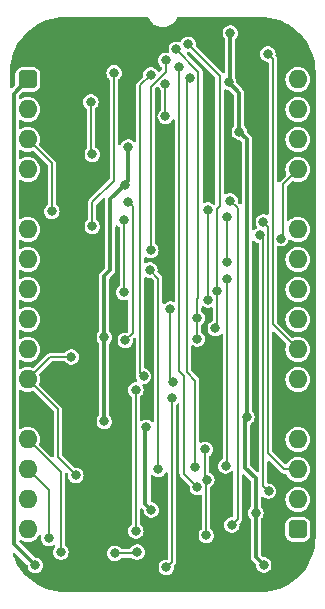
<source format=gbl>
%TF.GenerationSoftware,KiCad,Pcbnew,8.0.3*%
%TF.CreationDate,2024-07-03T10:05:51+02:00*%
%TF.ProjectId,SD Card Read Signals,53442043-6172-4642-9052-656164205369,V1*%
%TF.SameCoordinates,PX525bfc0PY43d3480*%
%TF.FileFunction,Copper,L2,Bot*%
%TF.FilePolarity,Positive*%
%FSLAX46Y46*%
G04 Gerber Fmt 4.6, Leading zero omitted, Abs format (unit mm)*
G04 Created by KiCad (PCBNEW 8.0.3) date 2024-07-03 10:05:51*
%MOMM*%
%LPD*%
G01*
G04 APERTURE LIST*
G04 Aperture macros list*
%AMRoundRect*
0 Rectangle with rounded corners*
0 $1 Rounding radius*
0 $2 $3 $4 $5 $6 $7 $8 $9 X,Y pos of 4 corners*
0 Add a 4 corners polygon primitive as box body*
4,1,4,$2,$3,$4,$5,$6,$7,$8,$9,$2,$3,0*
0 Add four circle primitives for the rounded corners*
1,1,$1+$1,$2,$3*
1,1,$1+$1,$4,$5*
1,1,$1+$1,$6,$7*
1,1,$1+$1,$8,$9*
0 Add four rect primitives between the rounded corners*
20,1,$1+$1,$2,$3,$4,$5,0*
20,1,$1+$1,$4,$5,$6,$7,0*
20,1,$1+$1,$6,$7,$8,$9,0*
20,1,$1+$1,$8,$9,$2,$3,0*%
G04 Aperture macros list end*
%TA.AperFunction,ComponentPad*%
%ADD10RoundRect,0.400000X-0.400000X-0.400000X0.400000X-0.400000X0.400000X0.400000X-0.400000X0.400000X0*%
%TD*%
%TA.AperFunction,ComponentPad*%
%ADD11O,1.600000X1.600000*%
%TD*%
%TA.AperFunction,ComponentPad*%
%ADD12R,1.600000X1.600000*%
%TD*%
%TA.AperFunction,ViaPad*%
%ADD13C,0.800000*%
%TD*%
%TA.AperFunction,Conductor*%
%ADD14C,0.380000*%
%TD*%
%TA.AperFunction,Conductor*%
%ADD15C,0.200000*%
%TD*%
G04 APERTURE END LIST*
D10*
%TO.P,J8,1,Pin_1*%
%TO.N,5V*%
X0Y0D03*
D11*
%TO.P,J8,2,Pin_2*%
%TO.N,Second Half CLK*%
X0Y-2540000D03*
%TO.P,J8,3,Pin_3*%
%TO.N,~{TCD}_{8..11}*%
X0Y-5080000D03*
%TO.P,J8,4,Pin_4*%
%TO.N,~{Reset}*%
X0Y-7620000D03*
D12*
%TO.P,J8,5,Pin_5*%
%TO.N,GND*%
X0Y-10160000D03*
D11*
%TO.P,J8,6,Pin_6*%
%TO.N,~{Second Half CLK}_{Dragged1}*%
X0Y-12700000D03*
%TO.P,J8,7,Pin_7*%
%TO.N,Second Half CLK_{Dragged2}*%
X0Y-15240000D03*
%TO.P,J8,8,Pin_8*%
%TO.N,Write Count Bank Address*%
X0Y-17780000D03*
%TO.P,J8,9,Pin_9*%
%TO.N,Write Count High Address*%
X0Y-20320000D03*
%TO.P,J8,10,Pin_10*%
%TO.N,Write Count Low Address*%
X0Y-22860000D03*
%TO.P,J8,11,Pin_11*%
%TO.N,~{Write Clock Speed Select}*%
X0Y-25400000D03*
D12*
%TO.P,J8,12,Pin_12*%
%TO.N,GND*%
X0Y-27940000D03*
D11*
%TO.P,J8,13,Pin_13*%
%TO.N,DAT3*%
X0Y-30480000D03*
%TO.P,J8,14,Pin_14*%
%TO.N,DAT2*%
X0Y-33020000D03*
%TO.P,J8,15,Pin_15*%
%TO.N,DAT1*%
X0Y-35560000D03*
%TO.P,J8,16,Pin_16*%
%TO.N,DAT0*%
X0Y-38100000D03*
D10*
%TO.P,J8,17,Pin_17*%
%TO.N,5V*%
X22860000Y-38100000D03*
D11*
%TO.P,J8,18,Pin_18*%
%TO.N,unconnected-(J8-Pin_18-Pad18)*%
X22860000Y-35560000D03*
%TO.P,J8,19,Pin_19*%
%TO.N,~{Stop Read Funk}*%
X22860000Y-33020000D03*
%TO.P,J8,20,Pin_20*%
%TO.N,~{Read Transmit Started}*%
X22860000Y-30480000D03*
D12*
%TO.P,J8,21,Pin_21*%
%TO.N,GND*%
X22860000Y-27940000D03*
D11*
%TO.P,J8,22,Pin_22*%
%TO.N,Read Data Wide*%
X22860000Y-25400000D03*
%TO.P,J8,23,Pin_23*%
%TO.N,~{Write Count Low Address}*%
X22860000Y-22860000D03*
%TO.P,J8,24,Pin_24*%
%TO.N,~{Write Count High Address}*%
X22860000Y-20320000D03*
%TO.P,J8,25,Pin_25*%
%TO.N,~{Write Count Bank Address}*%
X22860000Y-17780000D03*
%TO.P,J8,26,Pin_26*%
%TO.N,~{Read CRC Started}*%
X22860000Y-15240000D03*
%TO.P,J8,27,Pin_27*%
%TO.N,~{Load Down Count}*%
X22860000Y-12700000D03*
D12*
%TO.P,J8,28,Pin_28*%
%TO.N,GND*%
X22860000Y-10160000D03*
D11*
%TO.P,J8,29,Pin_29*%
%TO.N,Address CLK*%
X22860000Y-7620000D03*
%TO.P,J8,30,Pin_30*%
%TO.N,~{Main}*%
X22860000Y-5080000D03*
%TO.P,J8,31,Pin_31*%
%TO.N,unconnected-(J8-Pin_31-Pad31)*%
X22860000Y-2540000D03*
%TO.P,J8,32,Pin_32*%
%TO.N,unconnected-(J8-Pin_32-Pad32)*%
X22860000Y0D03*
%TD*%
D13*
%TO.N,~{TCD}_{8..11}*%
X2032000Y-11176008D03*
X8128000Y-11938000D03*
X8128000Y-18034000D03*
%TO.N,Read Data Wide*%
X9800508Y-25129000D03*
X10414000Y381000D03*
%TO.N,/~{RTS}\u2022~{RCRCS}*%
X13697174Y133372D03*
X14179421Y-32851875D03*
%TO.N,/Read Funk Clock*%
X5334000Y-1905000D03*
X5461000Y-6350000D03*
%TO.N,/~{SRFS}\u2022~{WCSS}*%
X12827000Y1016000D03*
X14351000Y-34544000D03*
%TO.N,/Write Count Address*%
X10414000Y-14478000D03*
X11684000Y1616000D03*
%TO.N,5V*%
X635000Y-41148000D03*
%TO.N,GND*%
X11874498Y-14414502D03*
X6350000Y-4318000D03*
X15240008Y-9525000D03*
X11938000Y-12065000D03*
X4191000Y-10680000D03*
X8635999Y-2540001D03*
X15315014Y-6170990D03*
X6350000Y-7493000D03*
X21335998Y-31496000D03*
X15875000Y-30480000D03*
X11938000Y-6170998D03*
X14288998Y-39751000D03*
X18288000Y-38608000D03*
X20447000Y-37338000D03*
X15555562Y-24576439D03*
X7874000Y-27940000D03*
X7366000Y-41275000D03*
X7874000Y-35560000D03*
X7871304Y-29656750D03*
X15367000Y-2032000D03*
X8189301Y-1074617D03*
X7620000Y-20574000D03*
X21717000Y-1270000D03*
X15367000Y-3556000D03*
X15948036Y-35401000D03*
X4445000Y-18161000D03*
%TO.N,/~{Stop Read Funk Started}*%
X11049000Y-33020000D03*
X10328935Y-16141350D03*
%TO.N,/~{Read CRC Wide}*%
X16891000Y-15494000D03*
X16891000Y-11667186D03*
%TO.N,/~{Read Data Wide}*%
X12065000Y-19431000D03*
X15240000Y-18669000D03*
X15240000Y-11049000D03*
X12277500Y-25654000D03*
%TO.N,/~{Wait For Read Transmit}*%
X17123226Y-10267186D03*
X17272000Y-37719000D03*
%TO.N,/DAT2+DAT3*%
X9271000Y-40020000D03*
X7366000Y-40132000D03*
%TO.N,/DAT_{0..3} Zero*%
X12227028Y-26938999D03*
X11724432Y-41314547D03*
%TO.N,/~{DAT_{0..3} Zero}*%
X9144000Y-26289000D03*
X9144000Y-38227000D03*
%TO.N,~{Write Count Bank Address}*%
X15875002Y-21082000D03*
X13589000Y2968900D03*
X16002000Y-17907000D03*
%TO.N,~{Write Count High Address}*%
X14350999Y-21970999D03*
X12573000Y2540000D03*
X14351000Y-20193000D03*
%TO.N,~{Write Count Low Address}*%
X20320000Y2159000D03*
%TO.N,~{Main}*%
X11657950Y-3125000D03*
X11657950Y-354950D03*
%TO.N,~{Read CRC Started}*%
X16891001Y-16891000D03*
X16743000Y-32734664D03*
%TO.N,~{Write Clock Speed Select}*%
X4064000Y-33528000D03*
X8255000Y-22098000D03*
X3683000Y-23495000D03*
X8503067Y-10335109D03*
%TO.N,~{Load Down Count}*%
X20386475Y-34864475D03*
X19639000Y-13208000D03*
%TO.N,~{Read Transmit Started}*%
X15010047Y-31320000D03*
X15113000Y-38608000D03*
X15170914Y-33888068D03*
%TO.N,~{Stop Read Funk}*%
X19939000Y-12065000D03*
%TO.N,DAT3*%
X2794000Y-40020000D03*
%TO.N,DAT2*%
X1778000Y-38862000D03*
%TO.N,~{Second Half CLK}_{Dragged1}*%
X5461000Y-12446000D03*
X7302500Y571500D03*
%TO.N,Address CLK*%
X21439000Y-13465000D03*
%TO.N,/3.3V*%
X19304000Y-36703000D03*
X19980000Y-41107000D03*
X10459000Y-36449000D03*
X8235000Y-8910000D03*
X17907000Y-4445000D03*
X16995530Y-231530D03*
X10033000Y-29464000D03*
X8509000Y-5715000D03*
X17145000Y3937000D03*
X18542000Y-28575000D03*
X6477000Y-21844000D03*
X6477000Y-28956000D03*
%TD*%
D14*
%TO.N,GND*%
X4445000Y-18161000D02*
X4445000Y-10934000D01*
X4445000Y-10934000D02*
X4191000Y-10680000D01*
D15*
%TO.N,~{Second Half CLK}_{Dragged1}*%
X5461000Y-10414000D02*
X5461000Y-12446000D01*
X7302500Y-8572500D02*
X5461000Y-10414000D01*
X7302500Y571500D02*
X7302500Y-8572500D01*
%TO.N,~{TCD}_{8..11}*%
X2032000Y-7112000D02*
X2032000Y-11176008D01*
X0Y-5080000D02*
X2032000Y-7112000D01*
X8128000Y-18034000D02*
X8128000Y-11938000D01*
%TO.N,~{Write Clock Speed Select}*%
X8878000Y-21475000D02*
X8255000Y-22098000D01*
X8878000Y-10710042D02*
X8878000Y-21475000D01*
X8503067Y-10335109D02*
X8878000Y-10710042D01*
%TO.N,Read Data Wide*%
X9525000Y-508000D02*
X10414000Y381000D01*
X9800508Y-25129000D02*
X9525000Y-24853492D01*
X9525000Y-24853492D02*
X9525000Y-508000D01*
D14*
%TO.N,GND*%
X15875000Y-24895877D02*
X15555562Y-24576439D01*
X15875000Y-30480000D02*
X15875000Y-24895877D01*
D15*
%TO.N,/~{RTS}\u2022~{RCRCS}*%
X14179421Y-25507074D02*
X13462000Y-24789653D01*
X14179421Y-32851875D02*
X14179421Y-25507074D01*
X13462000Y-24789653D02*
X13462000Y-101802D01*
X13462000Y-101802D02*
X13697174Y133372D01*
%TO.N,/Read Funk Clock*%
X5334000Y-1905000D02*
X5334000Y-6223000D01*
X5334000Y-6223000D02*
X5461000Y-6350000D01*
%TO.N,/~{SRFS}\u2022~{WCSS}*%
X12827000Y-24720339D02*
X13196000Y-25089339D01*
X13196000Y-25089339D02*
X13196000Y-33389000D01*
X13196000Y-33389000D02*
X14351000Y-34544000D01*
X12827000Y1016000D02*
X12827000Y-24720339D01*
%TO.N,/Write Count Address*%
X10414000Y-608950D02*
X10414000Y-14478000D01*
X11684000Y661050D02*
X10414000Y-608950D01*
X11684000Y1616000D02*
X11684000Y661050D01*
D14*
%TO.N,5V*%
X635000Y-41148000D02*
X-1190000Y-39323000D01*
X-1190000Y-1190000D02*
X0Y0D01*
X-1190000Y-39323000D02*
X-1190000Y-1190000D01*
%TO.N,GND*%
X24050000Y-34116001D02*
X23796001Y-34370000D01*
X7366000Y-41275000D02*
X6477000Y-40386000D01*
X6477000Y-39116000D02*
X7874000Y-37719000D01*
X15240008Y-9525000D02*
X15240008Y-6245996D01*
X11938000Y-12065000D02*
X11938000Y-6170998D01*
X16010914Y-35338122D02*
X16010914Y-33540128D01*
X22860000Y-10160000D02*
X24050000Y-8970000D01*
X24050000Y-29130000D02*
X24050000Y-34116001D01*
X22367085Y-34370000D02*
X20447000Y-36290085D01*
X8189301Y-2093303D02*
X8635999Y-2540001D01*
X15948036Y-35401000D02*
X16010914Y-35338122D01*
X7620000Y-21336000D02*
X7366000Y-21590000D01*
X7874000Y-26797000D02*
X7874000Y-27940000D01*
X24050000Y-2047085D02*
X23272915Y-1270000D01*
X7871304Y-35557304D02*
X7874000Y-35560000D01*
X17145000Y-39751000D02*
X18288000Y-38608000D01*
X24050000Y-26750000D02*
X22860000Y-27940000D01*
X7874000Y-37719000D02*
X7874000Y-35560000D01*
X7874000Y-27940000D02*
X7874000Y-29654054D01*
X22860000Y-10160000D02*
X24050000Y-11350000D01*
X6350000Y-7493000D02*
X6350000Y-4318000D01*
X7620000Y-20574000D02*
X7620000Y-21336000D01*
X15240008Y-6245996D02*
X15315014Y-6170990D01*
X7366000Y-26289000D02*
X7874000Y-26797000D01*
X22860000Y-27940000D02*
X24050000Y-29130000D01*
X14288998Y-39751000D02*
X17145000Y-39751000D01*
X15367000Y-2540000D02*
X15367000Y-2032000D01*
X15315014Y-6170990D02*
X15367000Y-6119004D01*
X23272915Y-1270000D02*
X21717000Y-1270000D01*
X21335998Y-29464002D02*
X21335998Y-31496000D01*
X20447000Y-36290085D02*
X20447000Y-37338000D01*
X8189301Y-1074617D02*
X8189301Y-2093303D01*
X16010914Y-33540128D02*
X15875000Y-33404214D01*
X24050000Y-11350000D02*
X24050000Y-26750000D01*
X7871304Y-29656750D02*
X7871304Y-35557304D01*
X15875000Y-33404214D02*
X15875000Y-30480000D01*
X11938000Y-14351000D02*
X11874498Y-14414502D01*
X15367000Y-6119004D02*
X15367000Y-3556000D01*
X15367000Y-3556000D02*
X15367000Y-2540000D01*
X24050000Y-8970000D02*
X24050000Y-2047085D01*
X7874000Y-29654054D02*
X7871304Y-29656750D01*
X11938000Y-12065000D02*
X11938000Y-14351000D01*
X7366000Y-21590000D02*
X7366000Y-26289000D01*
X22860000Y-27940000D02*
X21335998Y-29464002D01*
X23796001Y-34370000D02*
X22367085Y-34370000D01*
X6477000Y-40386000D02*
X6477000Y-39116000D01*
D15*
%TO.N,/~{Stop Read Funk Started}*%
X11049000Y-33020000D02*
X11049000Y-16861415D01*
X11049000Y-16861415D02*
X10328935Y-16141350D01*
%TO.N,/~{Read CRC Wide}*%
X16891000Y-11667186D02*
X16891000Y-15494000D01*
%TO.N,/~{Read Data Wide}*%
X12065000Y-25441500D02*
X12277500Y-25654000D01*
X12065000Y-19431000D02*
X12065000Y-25441500D01*
X15240000Y-18669000D02*
X15240000Y-11049000D01*
%TO.N,/~{Wait For Read Transmit}*%
X17272000Y-37719000D02*
X17768000Y-37223000D01*
X17768000Y-37223000D02*
X17768000Y-10911960D01*
X17768000Y-10911960D02*
X17123226Y-10267186D01*
%TO.N,/DAT2+DAT3*%
X9271000Y-40020000D02*
X9159000Y-40132000D01*
X9159000Y-40132000D02*
X7366000Y-40132000D01*
%TO.N,/DAT_{0..3} Zero*%
X12227028Y-40811951D02*
X12227028Y-26938999D01*
X11724432Y-41314547D02*
X12227028Y-40811951D01*
%TO.N,/~{DAT_{0..3} Zero}*%
X9144000Y-38227000D02*
X9144000Y-26289000D01*
%TO.N,~{Write Count Bank Address}*%
X13589000Y2968900D02*
X16244000Y313900D01*
X16002000Y-20955002D02*
X16002000Y-17907000D01*
X16244000Y313900D02*
X16244000Y-10724661D01*
X15875002Y-21082000D02*
X16002000Y-20955002D01*
X16002000Y-10966661D02*
X16002000Y-17907000D01*
X16244000Y-10724661D02*
X16002000Y-10966661D01*
%TO.N,~{Write Count High Address}*%
X14351000Y-21970998D02*
X14350999Y-21970999D01*
X14351000Y-20193000D02*
X14351000Y-21970998D01*
X14351000Y-20193000D02*
X14351000Y-18624339D01*
X14351000Y-18624339D02*
X14447174Y-18528165D01*
X14447174Y-18528165D02*
X14447174Y665826D01*
X14447174Y665826D02*
X12573000Y2540000D01*
%TO.N,~{Write Count Low Address}*%
X20739000Y-20739000D02*
X22860000Y-22860000D01*
X20320000Y2159000D02*
X20739000Y1740000D01*
X20739000Y1740000D02*
X20739000Y-20739000D01*
%TO.N,~{Main}*%
X11657950Y-354950D02*
X11657950Y-3125000D01*
%TO.N,~{Read CRC Started}*%
X16743000Y-32734664D02*
X16891001Y-32586663D01*
X16891001Y-32586663D02*
X16891001Y-16891000D01*
%TO.N,~{Write Clock Speed Select}*%
X2540000Y-32004000D02*
X4064000Y-33528000D01*
X0Y-25400000D02*
X2540000Y-27940000D01*
X0Y-25400000D02*
X1905000Y-23495000D01*
X1905000Y-23495000D02*
X3683000Y-23495000D01*
X2540000Y-27940000D02*
X2540000Y-32004000D01*
%TO.N,~{Load Down Count}*%
X19939000Y-13508000D02*
X19939000Y-34417000D01*
X19639000Y-13208000D02*
X19939000Y-13508000D01*
X19939000Y-34417000D02*
X20386475Y-34864475D01*
%TO.N,~{Read Transmit Started}*%
X15113000Y-33945982D02*
X15170914Y-33888068D01*
X15170914Y-33888068D02*
X15010047Y-33727201D01*
X15113000Y-38608000D02*
X15113000Y-33945982D01*
X15010047Y-33727201D02*
X15010047Y-31320000D01*
%TO.N,~{Stop Read Funk}*%
X20339000Y-31630370D02*
X20339000Y-12465000D01*
X20339000Y-12465000D02*
X19939000Y-12065000D01*
X21728630Y-33020000D02*
X20339000Y-31630370D01*
X22860000Y-33020000D02*
X21728630Y-33020000D01*
%TO.N,DAT3*%
X2794000Y-33274000D02*
X2794000Y-40020000D01*
X0Y-30480000D02*
X2794000Y-33274000D01*
%TO.N,DAT2*%
X1778000Y-34798000D02*
X1778000Y-38862000D01*
X0Y-33020000D02*
X1778000Y-34798000D01*
%TO.N,Address CLK*%
X21589998Y-13314002D02*
X21589998Y-8890002D01*
X21589998Y-8890002D02*
X22860000Y-7620000D01*
X21439000Y-13465000D02*
X21589998Y-13314002D01*
D14*
%TO.N,/3.3V*%
X18415000Y-28702000D02*
X18542000Y-28575000D01*
X18542000Y-28575000D02*
X18542000Y-5080000D01*
X6477000Y-28956000D02*
X6477000Y-21844000D01*
X18542000Y-5080000D02*
X17907000Y-4445000D01*
X19304000Y-33782000D02*
X18415000Y-32893000D01*
X6985000Y-10160000D02*
X6985000Y-16129000D01*
X8509000Y-8636000D02*
X8235000Y-8910000D01*
X6477000Y-16637000D02*
X6477000Y-21844000D01*
X10033000Y-29464000D02*
X9955000Y-29542000D01*
X19304000Y-36703000D02*
X19304000Y-40431000D01*
X17145000Y-82060D02*
X16995530Y-231530D01*
X19304000Y-36703000D02*
X19304000Y-33782000D01*
X9955000Y-29542000D02*
X9955000Y-35945000D01*
X17907000Y-1143000D02*
X16995530Y-231530D01*
X8235000Y-8910000D02*
X6985000Y-10160000D01*
X17907000Y-4445000D02*
X17907000Y-1143000D01*
X18415000Y-32893000D02*
X18415000Y-28702000D01*
X8509000Y-5715000D02*
X8509000Y-8636000D01*
X17145000Y3937000D02*
X17145000Y-82060D01*
X6985000Y-16129000D02*
X6477000Y-16637000D01*
X19304000Y-40431000D02*
X19980000Y-41107000D01*
X9955000Y-35945000D02*
X10459000Y-36449000D01*
%TD*%
%TA.AperFunction,Conductor*%
%TO.N,GND*%
G36*
X10182626Y5294815D02*
G01*
X10228381Y5242011D01*
X10232862Y5230780D01*
X10244694Y5196313D01*
X10245064Y5195236D01*
X10245066Y5195233D01*
X10346770Y5007299D01*
X10346772Y5007296D01*
X10346774Y5007293D01*
X10478033Y4838653D01*
X10635259Y4693916D01*
X10724711Y4635474D01*
X10798140Y4587500D01*
X10814163Y4577032D01*
X11009865Y4491189D01*
X11217028Y4438728D01*
X11288018Y4432846D01*
X11429994Y4421081D01*
X11430000Y4421081D01*
X11430006Y4421081D01*
X11557783Y4431670D01*
X11642972Y4438728D01*
X11850135Y4491189D01*
X12045837Y4577032D01*
X12224741Y4693916D01*
X12381967Y4838653D01*
X12513226Y5007293D01*
X12614937Y5195239D01*
X12627132Y5230765D01*
X12667516Y5287778D01*
X12732316Y5313908D01*
X12744413Y5314500D01*
X19627417Y5314500D01*
X19682294Y5314500D01*
X19687702Y5314383D01*
X20087459Y5296929D01*
X20098195Y5295989D01*
X20492220Y5244115D01*
X20502858Y5242240D01*
X20890867Y5156220D01*
X20901307Y5153422D01*
X21280327Y5033918D01*
X21290474Y5030225D01*
X21336000Y5011368D01*
X21336000Y-8648318D01*
X21303781Y-8680537D01*
X21302108Y-8678864D01*
X21255442Y-8712936D01*
X21185695Y-8717086D01*
X21124777Y-8682871D01*
X21092027Y-8621152D01*
X21089500Y-8596244D01*
X21089500Y1786142D01*
X21089500Y1786144D01*
X21065614Y1875288D01*
X21026065Y1943788D01*
X21026065Y1943789D01*
X21026063Y1943791D01*
X21019468Y1955214D01*
X21019466Y1955217D01*
X21000691Y1973991D01*
X20967204Y2035313D01*
X20965274Y2076616D01*
X20975278Y2159000D01*
X20956237Y2315818D01*
X20900220Y2463523D01*
X20810483Y2593530D01*
X20692240Y2698283D01*
X20692238Y2698284D01*
X20692237Y2698285D01*
X20552365Y2771697D01*
X20398986Y2809500D01*
X20398985Y2809500D01*
X20241015Y2809500D01*
X20241014Y2809500D01*
X20087634Y2771697D01*
X19947762Y2698285D01*
X19829516Y2593529D01*
X19739781Y2463525D01*
X19739780Y2463524D01*
X19683762Y2315819D01*
X19664722Y2159001D01*
X19664722Y2159000D01*
X19683762Y2002182D01*
X19731887Y1875290D01*
X19739780Y1854477D01*
X19829517Y1724470D01*
X19947760Y1619717D01*
X19947762Y1619716D01*
X20087634Y1546304D01*
X20241014Y1508500D01*
X20241015Y1508500D01*
X20264500Y1508500D01*
X20331539Y1488815D01*
X20377294Y1436011D01*
X20388500Y1384500D01*
X20388500Y-11361144D01*
X20368815Y-11428183D01*
X20316011Y-11473938D01*
X20246853Y-11483882D01*
X20206874Y-11470941D01*
X20171365Y-11452304D01*
X20171362Y-11452303D01*
X20017986Y-11414500D01*
X20017985Y-11414500D01*
X19860015Y-11414500D01*
X19860014Y-11414500D01*
X19706634Y-11452303D01*
X19566762Y-11525715D01*
X19448516Y-11630471D01*
X19358781Y-11760475D01*
X19358780Y-11760476D01*
X19302762Y-11908181D01*
X19283722Y-12064999D01*
X19283722Y-12065000D01*
X19302762Y-12221818D01*
X19358780Y-12369523D01*
X19406397Y-12438509D01*
X19428279Y-12504863D01*
X19410813Y-12572515D01*
X19361973Y-12618744D01*
X19266758Y-12668717D01*
X19188726Y-12737847D01*
X19125493Y-12767568D01*
X19056229Y-12758384D01*
X19002926Y-12713211D01*
X18982507Y-12646392D01*
X18982500Y-12645031D01*
X18982500Y-5022009D01*
X18982500Y-5022007D01*
X18952481Y-4909973D01*
X18894488Y-4809527D01*
X18812473Y-4727512D01*
X18597001Y-4512040D01*
X18563516Y-4450717D01*
X18561587Y-4439315D01*
X18543237Y-4288182D01*
X18487220Y-4140477D01*
X18397483Y-4010470D01*
X18397481Y-4010468D01*
X18389273Y-4003196D01*
X18352146Y-3944007D01*
X18347500Y-3910381D01*
X18347500Y-1085009D01*
X18347500Y-1085007D01*
X18317481Y-972973D01*
X18259488Y-872527D01*
X18177473Y-790512D01*
X17685531Y-298570D01*
X17652046Y-237247D01*
X17650117Y-225845D01*
X17631767Y-74712D01*
X17593558Y26038D01*
X17585500Y70009D01*
X17585500Y3402382D01*
X17605185Y3469421D01*
X17627274Y3495199D01*
X17635483Y3502470D01*
X17725220Y3632477D01*
X17781237Y3780182D01*
X17800278Y3937000D01*
X17799440Y3943906D01*
X17781237Y4093819D01*
X17733494Y4219705D01*
X17725220Y4241523D01*
X17635483Y4371530D01*
X17517240Y4476283D01*
X17517238Y4476284D01*
X17517237Y4476285D01*
X17377365Y4549697D01*
X17223986Y4587500D01*
X17223985Y4587500D01*
X17066015Y4587500D01*
X17066014Y4587500D01*
X16912634Y4549697D01*
X16772762Y4476285D01*
X16654516Y4371529D01*
X16564781Y4241525D01*
X16564780Y4241524D01*
X16508762Y4093819D01*
X16489722Y3937001D01*
X16489722Y3937000D01*
X16508762Y3780182D01*
X16560818Y3642925D01*
X16564780Y3632477D01*
X16609648Y3567474D01*
X16650573Y3508183D01*
X16654517Y3502470D01*
X16662723Y3495200D01*
X16699852Y3436013D01*
X16704500Y3402382D01*
X16704500Y648444D01*
X16684815Y581405D01*
X16632011Y535650D01*
X16562853Y525706D01*
X16499297Y554731D01*
X16492819Y560763D01*
X14269689Y2783893D01*
X14236204Y2845216D01*
X14234274Y2886516D01*
X14244278Y2968900D01*
X14225237Y3125718D01*
X14169220Y3273423D01*
X14079483Y3403430D01*
X13961240Y3508183D01*
X13961238Y3508184D01*
X13961237Y3508185D01*
X13821365Y3581597D01*
X13667986Y3619400D01*
X13667985Y3619400D01*
X13510015Y3619400D01*
X13510014Y3619400D01*
X13356634Y3581597D01*
X13216762Y3508185D01*
X13098516Y3403429D01*
X13008781Y3273426D01*
X12986460Y3214570D01*
X12944281Y3158868D01*
X12878683Y3134811D01*
X12812892Y3148746D01*
X12805365Y3152697D01*
X12651986Y3190500D01*
X12651985Y3190500D01*
X12494015Y3190500D01*
X12494014Y3190500D01*
X12340634Y3152697D01*
X12200762Y3079285D01*
X12082516Y2974529D01*
X11992781Y2844525D01*
X11992780Y2844524D01*
X11936762Y2696819D01*
X11917722Y2540001D01*
X11917722Y2540000D01*
X11935075Y2397082D01*
X11923614Y2328159D01*
X11876710Y2276373D01*
X11809255Y2258166D01*
X11782307Y2261738D01*
X11770999Y2264525D01*
X11762985Y2266500D01*
X11605015Y2266500D01*
X11605014Y2266500D01*
X11451634Y2228697D01*
X11311762Y2155285D01*
X11193516Y2050529D01*
X11103781Y1920525D01*
X11103780Y1920524D01*
X11047762Y1772819D01*
X11028722Y1616001D01*
X11028722Y1616000D01*
X11047762Y1459182D01*
X11103780Y1311477D01*
X11103781Y1311476D01*
X11193517Y1181469D01*
X11227354Y1151493D01*
X11291726Y1094465D01*
X11328853Y1035277D01*
X11333500Y1001650D01*
X11333500Y857595D01*
X11313815Y790556D01*
X11297181Y769913D01*
X11188612Y661345D01*
X11127289Y627861D01*
X11057597Y632845D01*
X11001664Y674717D01*
X10998662Y679476D01*
X10998481Y679350D01*
X10960840Y733882D01*
X10904483Y815530D01*
X10786240Y920283D01*
X10786238Y920284D01*
X10786237Y920285D01*
X10646365Y993697D01*
X10492986Y1031500D01*
X10492985Y1031500D01*
X10335015Y1031500D01*
X10335014Y1031500D01*
X10181634Y993697D01*
X10041762Y920285D01*
X9923516Y815529D01*
X9833781Y685525D01*
X9833780Y685524D01*
X9777763Y537819D01*
X9758722Y381000D01*
X9768724Y298619D01*
X9757263Y229696D01*
X9733309Y195993D01*
X9244531Y-292786D01*
X9244529Y-292789D01*
X9208642Y-354949D01*
X9208640Y-354952D01*
X9198386Y-372710D01*
X9174500Y-461856D01*
X9174500Y-5160005D01*
X9154815Y-5227044D01*
X9102011Y-5272799D01*
X9032853Y-5282743D01*
X8969297Y-5253718D01*
X8968273Y-5252821D01*
X8881240Y-5175717D01*
X8881238Y-5175716D01*
X8881237Y-5175715D01*
X8741365Y-5102303D01*
X8587986Y-5064500D01*
X8587985Y-5064500D01*
X8430015Y-5064500D01*
X8430014Y-5064500D01*
X8276634Y-5102303D01*
X8136762Y-5175715D01*
X8018516Y-5280471D01*
X7928781Y-5410475D01*
X7928780Y-5410476D01*
X7892942Y-5504974D01*
X7850764Y-5560677D01*
X7785166Y-5584734D01*
X7716976Y-5569507D01*
X7667843Y-5519831D01*
X7653000Y-5461003D01*
X7653000Y-42850D01*
X7672685Y24189D01*
X7694771Y49964D01*
X7792983Y136970D01*
X7882720Y266977D01*
X7938737Y414682D01*
X7957778Y571500D01*
X7956568Y581470D01*
X7938737Y728319D01*
X7905662Y815530D01*
X7882720Y876023D01*
X7792983Y1006030D01*
X7674740Y1110783D01*
X7674738Y1110784D01*
X7674737Y1110785D01*
X7534865Y1184197D01*
X7381486Y1222000D01*
X7381485Y1222000D01*
X7223515Y1222000D01*
X7223514Y1222000D01*
X7070134Y1184197D01*
X6930262Y1110785D01*
X6812016Y1006029D01*
X6722281Y876025D01*
X6722280Y876024D01*
X6666262Y728319D01*
X6647222Y571501D01*
X6647222Y571500D01*
X6666262Y414682D01*
X6710280Y298619D01*
X6722280Y266977D01*
X6747540Y230382D01*
X6812017Y136969D01*
X6872609Y83290D01*
X6910226Y49965D01*
X6947353Y-9223D01*
X6952000Y-42850D01*
X6952000Y-8375956D01*
X6932315Y-8442995D01*
X6915681Y-8463637D01*
X5180531Y-10198786D01*
X5180527Y-10198791D01*
X5168547Y-10219543D01*
X5167682Y-10221042D01*
X5151034Y-10249877D01*
X5134386Y-10278711D01*
X5110500Y-10367856D01*
X5110500Y-11831649D01*
X5090815Y-11898688D01*
X5068728Y-11924462D01*
X4970517Y-12011470D01*
X4970516Y-12011471D01*
X4880781Y-12141475D01*
X4880780Y-12141476D01*
X4824762Y-12289181D01*
X4805722Y-12445999D01*
X4805722Y-12446000D01*
X4824762Y-12602818D01*
X4840772Y-12645031D01*
X4880780Y-12750523D01*
X4970517Y-12880530D01*
X5088760Y-12985283D01*
X5088762Y-12985284D01*
X5228634Y-13058696D01*
X5382014Y-13096500D01*
X5382015Y-13096500D01*
X5539985Y-13096500D01*
X5693365Y-13058696D01*
X5833240Y-12985283D01*
X5951483Y-12880530D01*
X6041220Y-12750523D01*
X6097237Y-12602818D01*
X6116278Y-12446000D01*
X6115369Y-12438509D01*
X6097237Y-12289181D01*
X6065868Y-12206469D01*
X6041220Y-12141477D01*
X5951483Y-12011470D01*
X5853272Y-11924463D01*
X5816147Y-11865276D01*
X5811500Y-11831649D01*
X5811500Y-10610543D01*
X5831185Y-10543504D01*
X5847819Y-10522862D01*
X6332819Y-10037862D01*
X6394142Y-10004377D01*
X6463834Y-10009361D01*
X6519767Y-10051233D01*
X6544184Y-10116697D01*
X6544500Y-10125543D01*
X6544500Y-15895177D01*
X6524815Y-15962216D01*
X6508181Y-15982858D01*
X6124514Y-16366524D01*
X6124513Y-16366526D01*
X6066519Y-16466971D01*
X6036500Y-16579007D01*
X6036500Y-21309381D01*
X6016815Y-21376420D01*
X5994727Y-21402196D01*
X5986518Y-21409468D01*
X5896781Y-21539475D01*
X5896780Y-21539476D01*
X5840762Y-21687181D01*
X5821722Y-21843999D01*
X5821722Y-21844000D01*
X5840762Y-22000818D01*
X5896780Y-22148523D01*
X5896781Y-22148524D01*
X5984440Y-22275522D01*
X5986517Y-22278530D01*
X5994723Y-22285800D01*
X6031852Y-22344987D01*
X6036500Y-22378618D01*
X6036500Y-28421381D01*
X6016815Y-28488420D01*
X5994727Y-28514196D01*
X5986518Y-28521468D01*
X5896781Y-28651475D01*
X5896780Y-28651476D01*
X5840762Y-28799181D01*
X5821722Y-28955999D01*
X5821722Y-28956000D01*
X5840762Y-29112818D01*
X5853010Y-29145112D01*
X5896780Y-29260523D01*
X5986517Y-29390530D01*
X6104760Y-29495283D01*
X6104762Y-29495284D01*
X6244634Y-29568696D01*
X6398014Y-29606500D01*
X6398015Y-29606500D01*
X6555985Y-29606500D01*
X6709365Y-29568696D01*
X6849240Y-29495283D01*
X6967483Y-29390530D01*
X7057220Y-29260523D01*
X7113237Y-29112818D01*
X7132278Y-28956000D01*
X7126072Y-28904884D01*
X7113237Y-28799181D01*
X7087689Y-28731818D01*
X7057220Y-28651477D01*
X6967483Y-28521470D01*
X6967481Y-28521468D01*
X6959273Y-28514196D01*
X6922146Y-28455007D01*
X6917500Y-28421381D01*
X6917500Y-22378618D01*
X6937185Y-22311579D01*
X6959274Y-22285801D01*
X6967483Y-22278530D01*
X7057220Y-22148523D01*
X7113237Y-22000818D01*
X7132278Y-21844000D01*
X7126144Y-21793477D01*
X7113237Y-21687181D01*
X7068346Y-21568814D01*
X7057220Y-21539477D01*
X6967483Y-21409470D01*
X6967481Y-21409468D01*
X6959273Y-21402196D01*
X6922146Y-21343007D01*
X6917500Y-21309381D01*
X6917500Y-16870823D01*
X6937185Y-16803784D01*
X6953819Y-16783142D01*
X7337484Y-16399477D01*
X7337487Y-16399474D01*
X7356510Y-16366527D01*
X7395481Y-16299027D01*
X7425500Y-16186993D01*
X7425500Y-12460173D01*
X7445185Y-12393134D01*
X7497989Y-12347379D01*
X7567147Y-12337435D01*
X7630703Y-12366460D01*
X7631859Y-12367604D01*
X7631902Y-12367556D01*
X7637517Y-12372530D01*
X7735726Y-12459535D01*
X7772853Y-12518723D01*
X7777500Y-12552350D01*
X7777500Y-17419649D01*
X7757815Y-17486688D01*
X7735728Y-17512462D01*
X7637517Y-17599470D01*
X7637516Y-17599471D01*
X7547781Y-17729475D01*
X7547780Y-17729476D01*
X7491762Y-17877181D01*
X7472722Y-18033999D01*
X7472722Y-18034000D01*
X7491762Y-18190818D01*
X7522537Y-18271963D01*
X7547780Y-18338523D01*
X7637517Y-18468530D01*
X7755760Y-18573283D01*
X7755762Y-18573284D01*
X7895634Y-18646696D01*
X8049014Y-18684500D01*
X8049015Y-18684500D01*
X8206985Y-18684500D01*
X8367649Y-18644901D01*
X8368008Y-18646360D01*
X8429186Y-18641644D01*
X8490694Y-18674789D01*
X8524518Y-18735925D01*
X8527500Y-18762955D01*
X8527500Y-21278454D01*
X8507815Y-21345493D01*
X8491180Y-21366136D01*
X8444272Y-21413043D01*
X8382949Y-21446527D01*
X8341723Y-21445982D01*
X8341430Y-21448404D01*
X8333985Y-21447500D01*
X8176015Y-21447500D01*
X8176014Y-21447500D01*
X8022634Y-21485303D01*
X7882762Y-21558715D01*
X7764516Y-21663471D01*
X7674781Y-21793475D01*
X7674780Y-21793476D01*
X7618762Y-21941181D01*
X7599722Y-22097999D01*
X7599722Y-22098000D01*
X7618762Y-22254818D01*
X7665714Y-22378618D01*
X7674780Y-22402523D01*
X7764517Y-22532530D01*
X7882760Y-22637283D01*
X7882762Y-22637284D01*
X8022634Y-22710696D01*
X8176014Y-22748500D01*
X8176015Y-22748500D01*
X8333985Y-22748500D01*
X8487365Y-22710696D01*
X8627240Y-22637283D01*
X8745483Y-22532530D01*
X8835220Y-22402523D01*
X8891237Y-22254818D01*
X8910278Y-22098000D01*
X8900274Y-22015617D01*
X8911734Y-21946696D01*
X8935684Y-21912996D01*
X8962822Y-21885858D01*
X9024144Y-21852376D01*
X9093836Y-21857362D01*
X9149768Y-21899234D01*
X9174184Y-21964699D01*
X9174500Y-21973543D01*
X9174500Y-24899637D01*
X9174879Y-24902518D01*
X9174500Y-24905775D01*
X9174500Y-24907763D01*
X9174269Y-24907763D01*
X9167883Y-24962657D01*
X9164270Y-24972183D01*
X9145230Y-25128999D01*
X9145230Y-25129000D01*
X9164270Y-25285818D01*
X9220288Y-25433523D01*
X9220289Y-25433524D01*
X9227561Y-25444060D01*
X9249444Y-25510415D01*
X9231978Y-25578066D01*
X9180710Y-25625536D01*
X9125511Y-25638500D01*
X9065014Y-25638500D01*
X8911634Y-25676303D01*
X8771762Y-25749715D01*
X8653516Y-25854471D01*
X8563781Y-25984475D01*
X8563780Y-25984476D01*
X8507762Y-26132181D01*
X8488722Y-26288999D01*
X8488722Y-26289000D01*
X8507762Y-26445818D01*
X8563780Y-26593523D01*
X8563781Y-26593524D01*
X8653517Y-26723531D01*
X8714109Y-26777210D01*
X8751726Y-26810535D01*
X8788853Y-26869723D01*
X8793500Y-26903350D01*
X8793500Y-37612649D01*
X8773815Y-37679688D01*
X8751728Y-37705462D01*
X8653517Y-37792470D01*
X8653516Y-37792471D01*
X8563781Y-37922475D01*
X8563780Y-37922476D01*
X8507762Y-38070181D01*
X8488722Y-38226999D01*
X8488722Y-38227000D01*
X8507762Y-38383818D01*
X8563780Y-38531523D01*
X8653517Y-38661530D01*
X8771760Y-38766283D01*
X8771762Y-38766284D01*
X8911634Y-38839696D01*
X9065014Y-38877500D01*
X9065015Y-38877500D01*
X9222985Y-38877500D01*
X9376365Y-38839696D01*
X9516240Y-38766283D01*
X9634483Y-38661530D01*
X9724220Y-38531523D01*
X9780237Y-38383818D01*
X9799278Y-38227000D01*
X9792779Y-38173471D01*
X9780237Y-38070181D01*
X9751212Y-37993649D01*
X9724220Y-37922477D01*
X9634483Y-37792470D01*
X9536272Y-37705463D01*
X9499147Y-37646276D01*
X9494500Y-37612649D01*
X9494500Y-36406823D01*
X9514185Y-36339784D01*
X9566989Y-36294029D01*
X9636147Y-36284085D01*
X9699703Y-36313110D01*
X9706181Y-36319142D01*
X9768998Y-36381959D01*
X9802483Y-36443282D01*
X9804413Y-36454693D01*
X9822763Y-36605818D01*
X9878780Y-36753523D01*
X9968517Y-36883530D01*
X10086760Y-36988283D01*
X10086762Y-36988284D01*
X10226634Y-37061696D01*
X10380014Y-37099500D01*
X10380015Y-37099500D01*
X10537985Y-37099500D01*
X10691365Y-37061696D01*
X10699752Y-37057294D01*
X10831240Y-36988283D01*
X10949483Y-36883530D01*
X11039220Y-36753523D01*
X11095237Y-36605818D01*
X11114278Y-36449000D01*
X11108144Y-36398477D01*
X11095237Y-36292181D01*
X11061038Y-36202007D01*
X11039220Y-36144477D01*
X10949483Y-36014470D01*
X10831240Y-35909717D01*
X10831238Y-35909716D01*
X10831237Y-35909715D01*
X10691365Y-35836303D01*
X10537986Y-35798500D01*
X10537985Y-35798500D01*
X10519500Y-35798500D01*
X10452461Y-35778815D01*
X10406706Y-35726011D01*
X10395500Y-35674500D01*
X10395500Y-33585625D01*
X10415185Y-33518586D01*
X10467989Y-33472831D01*
X10537147Y-33462887D01*
X10600703Y-33491912D01*
X10601693Y-33492780D01*
X10668475Y-33551943D01*
X10676759Y-33559282D01*
X10676761Y-33559284D01*
X10816634Y-33632696D01*
X10970014Y-33670500D01*
X10970015Y-33670500D01*
X11127985Y-33670500D01*
X11281365Y-33632696D01*
X11335636Y-33604212D01*
X11421240Y-33559283D01*
X11539483Y-33454530D01*
X11629220Y-33324523D01*
X11636586Y-33305099D01*
X11678763Y-33249397D01*
X11744360Y-33225339D01*
X11812551Y-33240565D01*
X11861684Y-33290241D01*
X11876528Y-33349070D01*
X11876528Y-40540047D01*
X11856843Y-40607086D01*
X11804039Y-40652841D01*
X11752528Y-40664047D01*
X11645446Y-40664047D01*
X11492066Y-40701850D01*
X11352194Y-40775262D01*
X11233948Y-40880018D01*
X11144213Y-41010022D01*
X11144212Y-41010023D01*
X11088194Y-41157728D01*
X11069154Y-41314546D01*
X11069154Y-41314547D01*
X11088194Y-41471365D01*
X11130354Y-41582530D01*
X11144212Y-41619070D01*
X11233949Y-41749077D01*
X11352192Y-41853830D01*
X11352194Y-41853831D01*
X11492066Y-41927243D01*
X11645446Y-41965047D01*
X11645447Y-41965047D01*
X11803417Y-41965047D01*
X11956797Y-41927243D01*
X11966188Y-41922314D01*
X12096672Y-41853830D01*
X12214915Y-41749077D01*
X12304652Y-41619070D01*
X12360669Y-41471365D01*
X12379710Y-41314547D01*
X12369706Y-41232164D01*
X12381166Y-41163245D01*
X12405122Y-41129538D01*
X12507496Y-41027165D01*
X12507496Y-41027164D01*
X12507498Y-41027163D01*
X12553642Y-40947239D01*
X12556393Y-40936973D01*
X12577528Y-40858095D01*
X12577528Y-27553349D01*
X12597213Y-27486310D01*
X12619295Y-27460539D01*
X12639276Y-27442837D01*
X12702505Y-27413119D01*
X12771768Y-27422301D01*
X12825072Y-27467473D01*
X12845493Y-27534292D01*
X12845500Y-27535655D01*
X12845500Y-33435144D01*
X12847923Y-33444186D01*
X12865966Y-33511524D01*
X12869386Y-33524288D01*
X12915527Y-33604208D01*
X12915531Y-33604213D01*
X13670309Y-34358991D01*
X13703794Y-34420314D01*
X13705724Y-34461617D01*
X13695722Y-34543999D01*
X13695722Y-34544000D01*
X13714762Y-34700818D01*
X13770780Y-34848523D01*
X13860517Y-34978530D01*
X13978760Y-35083283D01*
X13978762Y-35083284D01*
X14118634Y-35156696D01*
X14272014Y-35194500D01*
X14272015Y-35194500D01*
X14429985Y-35194500D01*
X14583365Y-35156696D01*
X14590377Y-35154037D01*
X14591105Y-35155956D01*
X14649361Y-35144276D01*
X14714419Y-35169757D01*
X14755373Y-35226365D01*
X14762500Y-35267799D01*
X14762500Y-37993649D01*
X14742815Y-38060688D01*
X14720728Y-38086462D01*
X14645027Y-38153528D01*
X14622516Y-38173471D01*
X14532781Y-38303475D01*
X14532780Y-38303476D01*
X14476762Y-38451181D01*
X14457722Y-38607999D01*
X14457722Y-38608000D01*
X14476762Y-38764818D01*
X14532780Y-38912523D01*
X14622517Y-39042530D01*
X14740760Y-39147283D01*
X14740762Y-39147284D01*
X14880634Y-39220696D01*
X15034014Y-39258500D01*
X15034015Y-39258500D01*
X15191985Y-39258500D01*
X15345365Y-39220696D01*
X15485240Y-39147283D01*
X15603483Y-39042530D01*
X15693220Y-38912523D01*
X15749237Y-38764818D01*
X15768278Y-38608000D01*
X15762144Y-38557477D01*
X15749237Y-38451181D01*
X15718259Y-38369500D01*
X15693220Y-38303477D01*
X15603483Y-38173470D01*
X15505272Y-38086463D01*
X15468147Y-38027276D01*
X15463500Y-37993649D01*
X15463500Y-34544117D01*
X15483185Y-34477078D01*
X15529876Y-34434320D01*
X15531987Y-34433211D01*
X15543154Y-34427351D01*
X15661397Y-34322598D01*
X15751134Y-34192591D01*
X15807151Y-34044886D01*
X15826192Y-33888068D01*
X15807151Y-33731250D01*
X15807150Y-33731248D01*
X15769774Y-33632696D01*
X15751134Y-33583545D01*
X15661397Y-33453538D01*
X15543154Y-33348785D01*
X15519757Y-33336505D01*
X15426920Y-33287779D01*
X15376708Y-33239194D01*
X15360547Y-33177983D01*
X15360547Y-31934350D01*
X15380232Y-31867311D01*
X15402318Y-31841536D01*
X15500530Y-31754530D01*
X15590267Y-31624523D01*
X15646284Y-31476818D01*
X15665325Y-31320000D01*
X15646284Y-31163182D01*
X15590267Y-31015477D01*
X15500530Y-30885470D01*
X15382287Y-30780717D01*
X15382285Y-30780716D01*
X15382284Y-30780715D01*
X15242412Y-30707303D01*
X15089033Y-30669500D01*
X15089032Y-30669500D01*
X14931062Y-30669500D01*
X14931061Y-30669500D01*
X14777681Y-30707303D01*
X14711547Y-30742014D01*
X14643039Y-30755740D01*
X14577985Y-30730247D01*
X14537041Y-30673632D01*
X14529921Y-30632218D01*
X14529921Y-25460932D01*
X14529921Y-25460930D01*
X14506035Y-25371786D01*
X14506034Y-25371785D01*
X14506034Y-25371783D01*
X14490116Y-25344214D01*
X14490114Y-25344211D01*
X14459891Y-25291862D01*
X13848819Y-24680790D01*
X13815334Y-24619467D01*
X13812500Y-24593109D01*
X13812500Y-22628143D01*
X13832185Y-22561104D01*
X13884989Y-22515349D01*
X13954147Y-22505405D01*
X13994122Y-22518345D01*
X14118634Y-22583695D01*
X14195324Y-22602597D01*
X14272013Y-22621499D01*
X14272014Y-22621499D01*
X14429984Y-22621499D01*
X14583364Y-22583695D01*
X14626407Y-22561104D01*
X14723239Y-22510282D01*
X14841482Y-22405529D01*
X14931219Y-22275522D01*
X14987236Y-22127817D01*
X15006277Y-21970999D01*
X15004418Y-21955684D01*
X14987236Y-21814180D01*
X14965991Y-21758163D01*
X14931219Y-21666476D01*
X14841482Y-21536469D01*
X14841480Y-21536467D01*
X14743273Y-21449463D01*
X14706146Y-21390274D01*
X14701500Y-21356648D01*
X14701500Y-20807350D01*
X14721185Y-20740311D01*
X14743271Y-20714536D01*
X14841483Y-20627530D01*
X14931220Y-20497523D01*
X14987237Y-20349818D01*
X15006278Y-20193000D01*
X14987237Y-20036182D01*
X14931220Y-19888477D01*
X14841483Y-19758470D01*
X14743272Y-19671463D01*
X14706147Y-19612276D01*
X14701500Y-19578649D01*
X14701500Y-19326144D01*
X14721185Y-19259105D01*
X14773989Y-19213350D01*
X14843147Y-19203406D01*
X14883126Y-19216348D01*
X15007634Y-19281696D01*
X15161014Y-19319500D01*
X15161015Y-19319500D01*
X15318985Y-19319500D01*
X15472365Y-19281696D01*
X15479377Y-19279037D01*
X15480105Y-19280956D01*
X15538361Y-19269276D01*
X15603419Y-19294757D01*
X15644373Y-19351365D01*
X15651500Y-19392799D01*
X15651500Y-20389692D01*
X15631815Y-20456731D01*
X15585126Y-20499488D01*
X15502764Y-20542715D01*
X15502762Y-20542717D01*
X15397505Y-20635966D01*
X15384518Y-20647471D01*
X15294783Y-20777475D01*
X15294782Y-20777476D01*
X15238764Y-20925181D01*
X15219724Y-21081999D01*
X15219724Y-21082000D01*
X15238764Y-21238818D01*
X15279221Y-21345493D01*
X15294782Y-21386523D01*
X15384519Y-21516530D01*
X15502762Y-21621283D01*
X15502764Y-21621284D01*
X15642636Y-21694696D01*
X15796016Y-21732500D01*
X15796017Y-21732500D01*
X15953987Y-21732500D01*
X16107367Y-21694696D01*
X16161139Y-21666474D01*
X16247242Y-21621283D01*
X16334274Y-21544179D01*
X16397507Y-21514458D01*
X16466771Y-21523642D01*
X16520074Y-21568814D01*
X16540494Y-21635633D01*
X16540501Y-21636995D01*
X16540501Y-32031332D01*
X16520816Y-32098371D01*
X16474128Y-32141128D01*
X16370761Y-32195380D01*
X16252516Y-32300135D01*
X16162781Y-32430139D01*
X16162780Y-32430140D01*
X16106762Y-32577845D01*
X16087722Y-32734663D01*
X16087722Y-32734664D01*
X16106762Y-32891482D01*
X16154531Y-33017436D01*
X16162780Y-33039187D01*
X16252517Y-33169194D01*
X16370760Y-33273947D01*
X16370762Y-33273948D01*
X16510634Y-33347360D01*
X16664014Y-33385164D01*
X16664015Y-33385164D01*
X16821985Y-33385164D01*
X16975365Y-33347360D01*
X17115237Y-33273949D01*
X17115238Y-33273947D01*
X17115240Y-33273947D01*
X17211275Y-33188867D01*
X17274506Y-33159148D01*
X17343770Y-33168332D01*
X17397073Y-33213504D01*
X17417493Y-33280323D01*
X17417500Y-33281685D01*
X17417500Y-36944500D01*
X17397815Y-37011539D01*
X17345011Y-37057294D01*
X17293500Y-37068500D01*
X17193014Y-37068500D01*
X17039634Y-37106303D01*
X16899762Y-37179715D01*
X16781516Y-37284471D01*
X16691781Y-37414475D01*
X16691780Y-37414476D01*
X16635762Y-37562181D01*
X16616722Y-37718999D01*
X16616722Y-37719000D01*
X16635762Y-37875818D01*
X16653458Y-37922477D01*
X16691780Y-38023523D01*
X16781517Y-38153530D01*
X16899760Y-38258283D01*
X16899762Y-38258284D01*
X17039634Y-38331696D01*
X17193014Y-38369500D01*
X17193015Y-38369500D01*
X17350985Y-38369500D01*
X17504365Y-38331696D01*
X17558135Y-38303475D01*
X17644240Y-38258283D01*
X17762483Y-38153530D01*
X17852220Y-38023523D01*
X17908237Y-37875818D01*
X17927278Y-37719000D01*
X17917274Y-37636617D01*
X17928734Y-37567698D01*
X17952690Y-37533991D01*
X18048468Y-37438214D01*
X18048468Y-37438213D01*
X18048470Y-37438212D01*
X18094614Y-37358288D01*
X18106026Y-37315696D01*
X18118500Y-37269144D01*
X18118500Y-33518823D01*
X18138185Y-33451784D01*
X18190989Y-33406029D01*
X18260147Y-33396085D01*
X18323703Y-33425110D01*
X18330181Y-33431142D01*
X18827181Y-33928142D01*
X18860666Y-33989465D01*
X18863500Y-34015823D01*
X18863500Y-36168381D01*
X18843815Y-36235420D01*
X18821727Y-36261196D01*
X18813518Y-36268468D01*
X18723781Y-36398475D01*
X18723780Y-36398476D01*
X18667762Y-36546181D01*
X18648722Y-36702999D01*
X18648722Y-36703000D01*
X18667762Y-36859818D01*
X18723780Y-37007523D01*
X18723781Y-37007524D01*
X18791962Y-37106303D01*
X18813517Y-37137530D01*
X18821723Y-37144800D01*
X18858852Y-37203987D01*
X18863500Y-37237618D01*
X18863500Y-40373007D01*
X18863500Y-40488993D01*
X18867035Y-40502185D01*
X18893519Y-40601028D01*
X18911803Y-40632696D01*
X18951512Y-40701473D01*
X18951514Y-40701475D01*
X19289998Y-41039959D01*
X19323483Y-41101282D01*
X19325413Y-41112693D01*
X19343763Y-41263819D01*
X19363002Y-41314547D01*
X19399780Y-41411523D01*
X19489517Y-41541530D01*
X19607760Y-41646283D01*
X19607762Y-41646284D01*
X19747634Y-41719696D01*
X19901014Y-41757500D01*
X19901015Y-41757500D01*
X20058985Y-41757500D01*
X20212365Y-41719696D01*
X20274122Y-41687283D01*
X20352240Y-41646283D01*
X20470483Y-41541530D01*
X20560220Y-41411523D01*
X20616237Y-41263818D01*
X20635278Y-41107000D01*
X20616237Y-40950182D01*
X20611227Y-40936973D01*
X20575769Y-40843477D01*
X20560220Y-40802477D01*
X20470483Y-40672470D01*
X20352240Y-40567717D01*
X20352238Y-40567716D01*
X20352237Y-40567715D01*
X20212365Y-40494303D01*
X20058986Y-40456500D01*
X20058985Y-40456500D01*
X20003823Y-40456500D01*
X19936784Y-40436815D01*
X19916147Y-40420185D01*
X19780817Y-40284855D01*
X19747334Y-40223534D01*
X19744500Y-40197176D01*
X19744500Y-37237618D01*
X19764185Y-37170579D01*
X19786274Y-37144801D01*
X19794483Y-37137530D01*
X19884220Y-37007523D01*
X19940237Y-36859818D01*
X19959278Y-36703000D01*
X19940237Y-36546182D01*
X19884220Y-36398477D01*
X19794483Y-36268470D01*
X19794481Y-36268468D01*
X19786273Y-36261196D01*
X19749146Y-36202007D01*
X19744500Y-36168381D01*
X19744500Y-35440310D01*
X19764185Y-35373271D01*
X19816989Y-35327516D01*
X19886147Y-35317572D01*
X19949703Y-35346597D01*
X19950677Y-35347451D01*
X19979822Y-35373271D01*
X20014234Y-35403757D01*
X20014236Y-35403759D01*
X20154109Y-35477171D01*
X20307489Y-35514975D01*
X20307490Y-35514975D01*
X20465460Y-35514975D01*
X20618840Y-35477171D01*
X20758715Y-35403758D01*
X20876958Y-35299005D01*
X20966695Y-35168998D01*
X21022712Y-35021293D01*
X21041753Y-34864475D01*
X21022712Y-34707657D01*
X21020118Y-34700818D01*
X21000565Y-34649261D01*
X20966695Y-34559952D01*
X20876958Y-34429945D01*
X20758715Y-34325192D01*
X20758713Y-34325191D01*
X20758712Y-34325190D01*
X20618840Y-34251778D01*
X20465461Y-34213975D01*
X20465460Y-34213975D01*
X20413500Y-34213975D01*
X20346461Y-34194290D01*
X20300706Y-34141486D01*
X20289500Y-34089975D01*
X20289500Y-32375914D01*
X20309185Y-32308875D01*
X20361989Y-32263120D01*
X20431147Y-32253176D01*
X20494703Y-32282201D01*
X20501181Y-32288233D01*
X21336000Y-33123052D01*
X21336000Y-43111366D01*
X21290483Y-43130220D01*
X21280317Y-43133920D01*
X20901311Y-43253420D01*
X20890863Y-43256220D01*
X20502866Y-43342237D01*
X20492212Y-43344115D01*
X20098214Y-43395986D01*
X20087438Y-43396929D01*
X19687703Y-43414382D01*
X19682294Y-43414500D01*
X3177706Y-43414500D01*
X3172297Y-43414382D01*
X2772561Y-43396929D01*
X2761785Y-43395986D01*
X2367787Y-43344115D01*
X2357133Y-43342237D01*
X1969136Y-43256220D01*
X1958688Y-43253420D01*
X1579682Y-43133920D01*
X1569516Y-43130220D01*
X1548804Y-43121641D01*
X1546160Y-39474825D01*
X1640576Y-39498096D01*
X1699014Y-39512500D01*
X1699015Y-39512500D01*
X1856985Y-39512500D01*
X2010365Y-39474696D01*
X2144483Y-39404304D01*
X2212988Y-39390579D01*
X2278042Y-39416071D01*
X2318986Y-39472686D01*
X2322823Y-39542451D01*
X2304158Y-39584540D01*
X2213780Y-39715476D01*
X2157762Y-39863181D01*
X2138722Y-40019999D01*
X2138722Y-40020000D01*
X2157762Y-40176818D01*
X2200239Y-40288818D01*
X2213780Y-40324523D01*
X2303517Y-40454530D01*
X2421760Y-40559283D01*
X2421762Y-40559284D01*
X2561634Y-40632696D01*
X2715014Y-40670500D01*
X2715015Y-40670500D01*
X2872985Y-40670500D01*
X3026365Y-40632696D01*
X3166240Y-40559283D01*
X3284483Y-40454530D01*
X3374220Y-40324523D01*
X3430237Y-40176818D01*
X3435679Y-40131999D01*
X6710722Y-40131999D01*
X6710722Y-40132000D01*
X6729762Y-40288818D01*
X6779582Y-40420181D01*
X6785780Y-40436523D01*
X6875517Y-40566530D01*
X6993760Y-40671283D01*
X6993762Y-40671284D01*
X7133634Y-40744696D01*
X7287014Y-40782500D01*
X7287015Y-40782500D01*
X7444985Y-40782500D01*
X7598365Y-40744696D01*
X7680000Y-40701850D01*
X7738240Y-40671283D01*
X7856483Y-40566530D01*
X7877513Y-40536061D01*
X7931795Y-40492070D01*
X7979564Y-40482500D01*
X8765062Y-40482500D01*
X8832101Y-40502185D01*
X8847288Y-40513684D01*
X8898759Y-40559282D01*
X8898761Y-40559284D01*
X9038634Y-40632696D01*
X9192014Y-40670500D01*
X9192015Y-40670500D01*
X9349985Y-40670500D01*
X9503365Y-40632696D01*
X9643240Y-40559283D01*
X9761483Y-40454530D01*
X9851220Y-40324523D01*
X9907237Y-40176818D01*
X9926278Y-40020000D01*
X9907237Y-39863182D01*
X9906274Y-39860644D01*
X9870129Y-39765336D01*
X9851220Y-39715477D01*
X9761483Y-39585470D01*
X9643240Y-39480717D01*
X9643238Y-39480716D01*
X9643237Y-39480715D01*
X9503365Y-39407303D01*
X9349986Y-39369500D01*
X9349985Y-39369500D01*
X9192015Y-39369500D01*
X9192014Y-39369500D01*
X9038634Y-39407303D01*
X8898762Y-39480715D01*
X8780516Y-39585471D01*
X8686519Y-39721650D01*
X8685398Y-39720876D01*
X8642383Y-39765336D01*
X8581168Y-39781500D01*
X7979564Y-39781500D01*
X7912525Y-39761815D01*
X7877513Y-39727938D01*
X7856484Y-39697471D01*
X7856483Y-39697470D01*
X7738240Y-39592717D01*
X7738238Y-39592716D01*
X7738237Y-39592715D01*
X7598365Y-39519303D01*
X7444986Y-39481500D01*
X7444985Y-39481500D01*
X7287015Y-39481500D01*
X7287014Y-39481500D01*
X7133634Y-39519303D01*
X6993762Y-39592715D01*
X6875516Y-39697471D01*
X6785781Y-39827475D01*
X6785780Y-39827476D01*
X6729762Y-39975181D01*
X6710722Y-40131999D01*
X3435679Y-40131999D01*
X3449278Y-40020000D01*
X3430237Y-39863182D01*
X3429274Y-39860644D01*
X3393129Y-39765336D01*
X3374220Y-39715477D01*
X3284483Y-39585470D01*
X3186272Y-39498463D01*
X3149147Y-39439276D01*
X3144500Y-39405649D01*
X3144500Y-33403544D01*
X3164185Y-33336505D01*
X3216989Y-33290750D01*
X3286147Y-33280806D01*
X3349703Y-33309831D01*
X3356181Y-33315863D01*
X3383309Y-33342991D01*
X3416794Y-33404314D01*
X3418724Y-33445617D01*
X3408722Y-33527999D01*
X3408722Y-33528000D01*
X3427762Y-33684818D01*
X3445372Y-33731250D01*
X3483780Y-33832523D01*
X3573517Y-33962530D01*
X3691760Y-34067283D01*
X3691762Y-34067284D01*
X3831634Y-34140696D01*
X3985014Y-34178500D01*
X3985015Y-34178500D01*
X4142985Y-34178500D01*
X4296365Y-34140696D01*
X4436240Y-34067283D01*
X4554483Y-33962530D01*
X4644220Y-33832523D01*
X4700237Y-33684818D01*
X4719278Y-33528000D01*
X4717278Y-33511524D01*
X4700237Y-33371181D01*
X4675175Y-33305100D01*
X4644220Y-33223477D01*
X4554483Y-33093470D01*
X4436240Y-32988717D01*
X4436238Y-32988716D01*
X4436237Y-32988715D01*
X4296365Y-32915303D01*
X4142986Y-32877500D01*
X4142985Y-32877500D01*
X3985015Y-32877500D01*
X3985013Y-32877500D01*
X3977572Y-32878404D01*
X3977184Y-32875209D01*
X3921662Y-32872476D01*
X3874724Y-32843042D01*
X2926819Y-31895137D01*
X2893334Y-31833814D01*
X2890500Y-31807456D01*
X2890500Y-27893858D01*
X2890500Y-27893856D01*
X2866614Y-27804712D01*
X2820469Y-27724787D01*
X1536708Y-26441026D01*
X1535199Y-24360482D01*
X2013863Y-23881819D01*
X2075186Y-23848334D01*
X2101544Y-23845500D01*
X3069436Y-23845500D01*
X3136475Y-23865185D01*
X3171487Y-23899062D01*
X3192515Y-23929528D01*
X3192516Y-23929529D01*
X3192517Y-23929530D01*
X3310760Y-24034283D01*
X3310762Y-24034284D01*
X3450634Y-24107696D01*
X3604014Y-24145500D01*
X3604015Y-24145500D01*
X3761985Y-24145500D01*
X3915365Y-24107696D01*
X4055240Y-24034283D01*
X4173483Y-23929530D01*
X4263220Y-23799523D01*
X4319237Y-23651818D01*
X4338278Y-23495000D01*
X4319237Y-23338182D01*
X4263220Y-23190477D01*
X4173483Y-23060470D01*
X4055240Y-22955717D01*
X4055238Y-22955716D01*
X4055237Y-22955715D01*
X3915365Y-22882303D01*
X3761986Y-22844500D01*
X3761985Y-22844500D01*
X3604015Y-22844500D01*
X3604014Y-22844500D01*
X3450634Y-22882303D01*
X3310762Y-22955715D01*
X3192515Y-23060471D01*
X3171487Y-23090938D01*
X3117205Y-23134930D01*
X3069436Y-23144500D01*
X1858856Y-23144500D01*
X1769712Y-23168386D01*
X1769709Y-23168387D01*
X1689791Y-23214527D01*
X1689786Y-23214531D01*
X1534481Y-23369835D01*
X1525937Y-11587966D01*
X1541517Y-11610538D01*
X1659760Y-11715291D01*
X1659762Y-11715292D01*
X1799634Y-11788704D01*
X1953014Y-11826508D01*
X1953015Y-11826508D01*
X2110985Y-11826508D01*
X2264365Y-11788704D01*
X2318150Y-11760475D01*
X2404240Y-11715291D01*
X2522483Y-11610538D01*
X2612220Y-11480531D01*
X2668237Y-11332826D01*
X2687278Y-11176008D01*
X2668237Y-11019190D01*
X2667287Y-11016686D01*
X2638156Y-10939873D01*
X2612220Y-10871485D01*
X2522483Y-10741478D01*
X2424272Y-10654471D01*
X2387147Y-10595284D01*
X2382500Y-10561657D01*
X2382500Y-7065858D01*
X2382500Y-7065856D01*
X2358614Y-6976712D01*
X2350522Y-6962696D01*
X2312470Y-6896788D01*
X1521962Y-6106280D01*
X1518915Y-1904999D01*
X4678722Y-1904999D01*
X4678722Y-1905000D01*
X4697762Y-2061818D01*
X4753780Y-2209523D01*
X4753781Y-2209524D01*
X4843517Y-2339531D01*
X4904109Y-2393210D01*
X4941726Y-2426535D01*
X4978853Y-2485723D01*
X4983500Y-2519350D01*
X4983500Y-5858021D01*
X4963815Y-5925060D01*
X4961550Y-5928461D01*
X4880781Y-6045475D01*
X4880780Y-6045476D01*
X4824762Y-6193181D01*
X4805722Y-6349999D01*
X4805722Y-6350000D01*
X4824762Y-6506818D01*
X4880780Y-6654523D01*
X4970517Y-6784530D01*
X5088760Y-6889283D01*
X5088762Y-6889284D01*
X5228634Y-6962696D01*
X5382014Y-7000500D01*
X5382015Y-7000500D01*
X5539985Y-7000500D01*
X5693365Y-6962696D01*
X5833240Y-6889283D01*
X5951483Y-6784530D01*
X6041220Y-6654523D01*
X6097237Y-6506818D01*
X6116278Y-6350000D01*
X6097237Y-6193182D01*
X6041220Y-6045477D01*
X5951483Y-5915470D01*
X5833240Y-5810717D01*
X5828981Y-5808481D01*
X5750873Y-5767486D01*
X5700661Y-5718900D01*
X5684500Y-5657690D01*
X5684500Y-2519350D01*
X5704185Y-2452311D01*
X5726271Y-2426536D01*
X5824483Y-2339530D01*
X5914220Y-2209523D01*
X5970237Y-2061818D01*
X5989278Y-1905000D01*
X5970237Y-1748182D01*
X5914220Y-1600477D01*
X5824483Y-1470470D01*
X5706240Y-1365717D01*
X5706238Y-1365716D01*
X5706237Y-1365715D01*
X5566365Y-1292303D01*
X5412986Y-1254500D01*
X5412985Y-1254500D01*
X5255015Y-1254500D01*
X5255014Y-1254500D01*
X5101634Y-1292303D01*
X4961762Y-1365715D01*
X4843516Y-1470471D01*
X4753781Y-1600475D01*
X4753780Y-1600476D01*
X4697762Y-1748181D01*
X4678722Y-1904999D01*
X1518915Y-1904999D01*
X1513903Y5007185D01*
X1569525Y5030225D01*
X1579672Y5033918D01*
X1958697Y5153424D01*
X1969126Y5156219D01*
X2357145Y5242241D01*
X2367775Y5244115D01*
X2761806Y5295989D01*
X2772538Y5296929D01*
X3172297Y5314383D01*
X3177706Y5314500D01*
X3232583Y5314500D01*
X10115587Y5314500D01*
X10182626Y5294815D01*
G37*
%TD.AperFunction*%
%TA.AperFunction,Conductor*%
G36*
X19187703Y-13677255D02*
G01*
X19188670Y-13678102D01*
X19217823Y-13703929D01*
X19266762Y-13747285D01*
X19406634Y-13820696D01*
X19406633Y-13820696D01*
X19494174Y-13842272D01*
X19554555Y-13877428D01*
X19586344Y-13939647D01*
X19588500Y-13962669D01*
X19588500Y-33144177D01*
X19568815Y-33211216D01*
X19516011Y-33256971D01*
X19446853Y-33266915D01*
X19383297Y-33237890D01*
X19376819Y-33231858D01*
X18891819Y-32746858D01*
X18858334Y-32685535D01*
X18855500Y-32659177D01*
X18855500Y-29219908D01*
X18875185Y-29152869D01*
X18909064Y-29117855D01*
X18914233Y-29114286D01*
X18914240Y-29114283D01*
X19032483Y-29009530D01*
X19122220Y-28879523D01*
X19178237Y-28731818D01*
X19197278Y-28575000D01*
X19178626Y-28421381D01*
X19178237Y-28418181D01*
X19156992Y-28362164D01*
X19122220Y-28270477D01*
X19032483Y-28140470D01*
X19032481Y-28140468D01*
X19024273Y-28133196D01*
X18987146Y-28074007D01*
X18982500Y-28040381D01*
X18982500Y-13770968D01*
X19002185Y-13703929D01*
X19054989Y-13658174D01*
X19124147Y-13648230D01*
X19187703Y-13677255D01*
G37*
%TD.AperFunction*%
%TA.AperFunction,Conductor*%
G36*
X20894703Y-21390831D02*
G01*
X20901181Y-21396863D01*
X21336000Y-21831682D01*
X21336000Y-32131688D01*
X20725819Y-31521507D01*
X20692334Y-31460184D01*
X20689500Y-31433826D01*
X20689500Y-21484544D01*
X20709185Y-21417505D01*
X20761989Y-21371750D01*
X20831147Y-21361806D01*
X20894703Y-21390831D01*
G37*
%TD.AperFunction*%
%TA.AperFunction,Conductor*%
G36*
X10057124Y-16733343D02*
G01*
X10096570Y-16754046D01*
X10173260Y-16772948D01*
X10249949Y-16791850D01*
X10249950Y-16791850D01*
X10407921Y-16791850D01*
X10415366Y-16790946D01*
X10415772Y-16794291D01*
X10470394Y-16796571D01*
X10518210Y-16826307D01*
X10662181Y-16970278D01*
X10695666Y-17031601D01*
X10698500Y-17057959D01*
X10698500Y-25077964D01*
X10682933Y-25130975D01*
X10696821Y-25159696D01*
X10698500Y-25180035D01*
X10698500Y-28909005D01*
X10678815Y-28976044D01*
X10626011Y-29021799D01*
X10556853Y-29031743D01*
X10493297Y-29002718D01*
X10492273Y-29001821D01*
X10405240Y-28924717D01*
X10405238Y-28924716D01*
X10405237Y-28924715D01*
X10265365Y-28851303D01*
X10111986Y-28813500D01*
X10111985Y-28813500D01*
X9954015Y-28813500D01*
X9954014Y-28813500D01*
X9800634Y-28851303D01*
X9676126Y-28916651D01*
X9607617Y-28930377D01*
X9542564Y-28904884D01*
X9501620Y-28848269D01*
X9494500Y-28806855D01*
X9494500Y-26903350D01*
X9514185Y-26836311D01*
X9536271Y-26810536D01*
X9634483Y-26723530D01*
X9724220Y-26593523D01*
X9780237Y-26445818D01*
X9799278Y-26289000D01*
X9780237Y-26132182D01*
X9724220Y-25984477D01*
X9716947Y-25973940D01*
X9695064Y-25907585D01*
X9712530Y-25839934D01*
X9763798Y-25792464D01*
X9818997Y-25779500D01*
X9879493Y-25779500D01*
X10032873Y-25741696D01*
X10060397Y-25727250D01*
X10172748Y-25668283D01*
X10290991Y-25563530D01*
X10380728Y-25433523D01*
X10436745Y-25285818D01*
X10451404Y-25165088D01*
X10466508Y-25129993D01*
X10455523Y-25112899D01*
X10451404Y-25092910D01*
X10436745Y-24972181D01*
X10409232Y-24899636D01*
X10380728Y-24824477D01*
X10290991Y-24694470D01*
X10172748Y-24589717D01*
X10172746Y-24589716D01*
X10172745Y-24589715D01*
X10032874Y-24516304D01*
X9969825Y-24500764D01*
X9909444Y-24465608D01*
X9877656Y-24403388D01*
X9875500Y-24380367D01*
X9875500Y-16843140D01*
X9895185Y-16776101D01*
X9947989Y-16730346D01*
X10017147Y-16720402D01*
X10057124Y-16733343D01*
G37*
%TD.AperFunction*%
%TA.AperFunction,Conductor*%
G36*
X21243172Y-14086701D02*
G01*
X21336000Y-14109580D01*
X21336000Y-20840318D01*
X21125819Y-20630137D01*
X21092334Y-20568814D01*
X21089500Y-20542456D01*
X21089500Y-14207099D01*
X21109185Y-14140060D01*
X21161989Y-14094305D01*
X21231147Y-14084361D01*
X21243172Y-14086701D01*
G37*
%TD.AperFunction*%
%TA.AperFunction,Conductor*%
G36*
X11014350Y-606793D02*
G01*
X11070284Y-648664D01*
X11073289Y-653423D01*
X11073469Y-653300D01*
X11167467Y-789481D01*
X11221294Y-837166D01*
X11265676Y-876485D01*
X11302803Y-935673D01*
X11307450Y-969300D01*
X11307450Y-2510649D01*
X11287765Y-2577688D01*
X11265678Y-2603462D01*
X11167467Y-2690470D01*
X11167466Y-2690471D01*
X11077731Y-2820475D01*
X11077730Y-2820476D01*
X11021712Y-2968181D01*
X11011596Y-3051503D01*
X10983974Y-3115681D01*
X10972201Y-3123617D01*
X11007477Y-3178507D01*
X11011595Y-3198495D01*
X11021713Y-3281818D01*
X11077730Y-3429523D01*
X11167467Y-3559530D01*
X11285710Y-3664283D01*
X11285712Y-3664284D01*
X11425584Y-3737696D01*
X11578964Y-3775500D01*
X11578965Y-3775500D01*
X11736935Y-3775500D01*
X11890315Y-3737696D01*
X12030190Y-3664283D01*
X12148433Y-3559530D01*
X12238170Y-3429523D01*
X12238173Y-3429512D01*
X12241654Y-3422884D01*
X12243908Y-3424067D01*
X12278728Y-3378075D01*
X12344324Y-3354013D01*
X12412515Y-3369234D01*
X12461652Y-3418906D01*
X12476500Y-3477743D01*
X12476500Y-18707200D01*
X12456815Y-18774239D01*
X12404011Y-18819994D01*
X12334853Y-18829938D01*
X12304677Y-18820170D01*
X12304377Y-18820963D01*
X12297365Y-18818303D01*
X12143986Y-18780500D01*
X12143985Y-18780500D01*
X11986015Y-18780500D01*
X11986014Y-18780500D01*
X11832634Y-18818303D01*
X11692762Y-18891715D01*
X11605727Y-18968821D01*
X11542493Y-18998542D01*
X11473230Y-18989358D01*
X11419927Y-18944186D01*
X11399507Y-18877366D01*
X11399500Y-18876005D01*
X11399500Y-16815273D01*
X11399500Y-16815271D01*
X11375614Y-16726127D01*
X11329470Y-16646203D01*
X11009624Y-16326357D01*
X10976139Y-16265034D01*
X10974209Y-16223734D01*
X10984213Y-16141350D01*
X10965172Y-15984532D01*
X10909155Y-15836827D01*
X10819418Y-15706820D01*
X10701175Y-15602067D01*
X10701173Y-15602066D01*
X10701172Y-15602065D01*
X10561300Y-15528653D01*
X10407921Y-15490850D01*
X10407920Y-15490850D01*
X10249950Y-15490850D01*
X10249949Y-15490850D01*
X10096570Y-15528653D01*
X10057125Y-15549356D01*
X9988617Y-15563080D01*
X9923564Y-15537588D01*
X9882620Y-15480972D01*
X9875500Y-15439559D01*
X9875500Y-15135144D01*
X9895185Y-15068105D01*
X9947989Y-15022350D01*
X10017147Y-15012406D01*
X10057126Y-15025348D01*
X10181634Y-15090696D01*
X10335014Y-15128500D01*
X10335015Y-15128500D01*
X10492985Y-15128500D01*
X10646365Y-15090696D01*
X10705860Y-15059470D01*
X10786240Y-15017283D01*
X10904483Y-14912530D01*
X10994220Y-14782523D01*
X11050237Y-14634818D01*
X11069278Y-14478000D01*
X11050237Y-14321182D01*
X10994220Y-14173477D01*
X10904483Y-14043470D01*
X10806272Y-13956463D01*
X10769147Y-13897276D01*
X10764500Y-13863649D01*
X10764500Y-3213442D01*
X10784185Y-3146403D01*
X10807314Y-3126360D01*
X10796594Y-3119799D01*
X10766179Y-3056896D01*
X10764500Y-3036557D01*
X10764500Y-805493D01*
X10784185Y-738454D01*
X10800810Y-717821D01*
X10883340Y-635290D01*
X10944658Y-601809D01*
X11014350Y-606793D01*
G37*
%TD.AperFunction*%
%TA.AperFunction,Conductor*%
G36*
X1645181Y-7220863D02*
G01*
X1678666Y-7282186D01*
X1681500Y-7308544D01*
X1681500Y-10561657D01*
X1661815Y-10628696D01*
X1639728Y-10654470D01*
X1612586Y-10678517D01*
X1541515Y-10741479D01*
X1525340Y-10764911D01*
X1522681Y-7098363D01*
X1645181Y-7220863D01*
G37*
%TD.AperFunction*%
%TA.AperFunction,Conductor*%
G36*
X13675837Y2315959D02*
G01*
X13730459Y2313679D01*
X13778275Y2283943D01*
X15857181Y205037D01*
X15890666Y143714D01*
X15893500Y117356D01*
X15893500Y-10483374D01*
X15873815Y-10550413D01*
X15821011Y-10596168D01*
X15751853Y-10606112D01*
X15688297Y-10577087D01*
X15687273Y-10576190D01*
X15682326Y-10571807D01*
X15612240Y-10509717D01*
X15612238Y-10509716D01*
X15612237Y-10509715D01*
X15472365Y-10436303D01*
X15318986Y-10398500D01*
X15318985Y-10398500D01*
X15161015Y-10398500D01*
X15161014Y-10398500D01*
X15007634Y-10436303D01*
X14979300Y-10451175D01*
X14910792Y-10464901D01*
X14845739Y-10439409D01*
X14804794Y-10382793D01*
X14797674Y-10341379D01*
X14797674Y711968D01*
X14797674Y711970D01*
X14773788Y801114D01*
X14773785Y801120D01*
X14727647Y881032D01*
X14727644Y881035D01*
X14727643Y881038D01*
X14662386Y946295D01*
X13501962Y2106719D01*
X13468477Y2168042D01*
X13473461Y2237734D01*
X13515333Y2293667D01*
X13580797Y2318084D01*
X13589643Y2318400D01*
X13667986Y2318400D01*
X13675431Y2319304D01*
X13675837Y2315959D01*
G37*
%TD.AperFunction*%
%TD*%
%TA.AperFunction,NonConductor*%
G36*
X16762486Y-843968D02*
G01*
X16763158Y-844222D01*
X16763165Y-844226D01*
X16837597Y-862571D01*
X16916544Y-882030D01*
X16916545Y-882030D01*
X16971707Y-882030D01*
X17038746Y-901715D01*
X17059388Y-918349D01*
X17430181Y-1289142D01*
X17463666Y-1350465D01*
X17466500Y-1376823D01*
X17466500Y-3910381D01*
X17446815Y-3977420D01*
X17424727Y-4003196D01*
X17416518Y-4010468D01*
X17326781Y-4140475D01*
X17326780Y-4140476D01*
X17270762Y-4288181D01*
X17251722Y-4444999D01*
X17251722Y-4445000D01*
X17270762Y-4601818D01*
X17318432Y-4727512D01*
X17326780Y-4749523D01*
X17416517Y-4879530D01*
X17534760Y-4984283D01*
X17534762Y-4984284D01*
X17674634Y-5057696D01*
X17828014Y-5095500D01*
X17828015Y-5095500D01*
X17883177Y-5095500D01*
X17950216Y-5115185D01*
X17970858Y-5131819D01*
X18065181Y-5226142D01*
X18098666Y-5287465D01*
X18101500Y-5313823D01*
X18101500Y-10450416D01*
X18081815Y-10517455D01*
X18029011Y-10563210D01*
X17959853Y-10573154D01*
X17896297Y-10544129D01*
X17889819Y-10538097D01*
X17803915Y-10452193D01*
X17770430Y-10390870D01*
X17768500Y-10349570D01*
X17778504Y-10267186D01*
X17759463Y-10110368D01*
X17703446Y-9962663D01*
X17613709Y-9832656D01*
X17495466Y-9727903D01*
X17495464Y-9727902D01*
X17495463Y-9727901D01*
X17355591Y-9654489D01*
X17202212Y-9616686D01*
X17202211Y-9616686D01*
X17044241Y-9616686D01*
X17044240Y-9616686D01*
X16890863Y-9654489D01*
X16776126Y-9714708D01*
X16707617Y-9728433D01*
X16642564Y-9702940D01*
X16601620Y-9646324D01*
X16594500Y-9604911D01*
X16594500Y-959904D01*
X16614185Y-892865D01*
X16666989Y-847110D01*
X16736147Y-837166D01*
X16762486Y-843968D01*
G37*
%TD.AperFunction*%
%TA.AperFunction,NonConductor*%
G36*
X2153181Y-28048863D02*
G01*
X2186666Y-28110186D01*
X2189500Y-28136544D01*
X2189500Y-31874456D01*
X2169815Y-31941495D01*
X2117011Y-31987250D01*
X2047853Y-31997194D01*
X1984297Y-31968169D01*
X1977819Y-31962137D01*
X1540395Y-31524713D01*
X1537427Y-27433109D01*
X2153181Y-28048863D01*
G37*
%TD.AperFunction*%
%TA.AperFunction,Conductor*%
%TO.N,GND*%
G36*
X21657649Y4878135D02*
G01*
X21667441Y4873569D01*
X21769082Y4820658D01*
X22019942Y4690069D01*
X22029310Y4684661D01*
X22364488Y4471129D01*
X22373349Y4464924D01*
X22688632Y4222999D01*
X22696919Y4216045D01*
X22989914Y3947564D01*
X22997563Y3939915D01*
X23266044Y3646920D01*
X23272998Y3638633D01*
X23514923Y3323350D01*
X23521128Y3314489D01*
X23734660Y2979311D01*
X23740068Y2969943D01*
X23923565Y2617448D01*
X23928137Y2607644D01*
X24080220Y2240484D01*
X24083920Y2230318D01*
X24203420Y1851312D01*
X24206220Y1840864D01*
X24292237Y1452867D01*
X24294115Y1442213D01*
X24345986Y1048215D01*
X24346929Y1037439D01*
X24364382Y637703D01*
X24364500Y632294D01*
X24364500Y-38732293D01*
X24364382Y-38737702D01*
X24346929Y-39137438D01*
X24345986Y-39148214D01*
X24294115Y-39542212D01*
X24292237Y-39552866D01*
X24206220Y-39940863D01*
X24203420Y-39951311D01*
X24083920Y-40330317D01*
X24080220Y-40340483D01*
X23928137Y-40707643D01*
X23923565Y-40717447D01*
X23740068Y-41069942D01*
X23734660Y-41079310D01*
X23521128Y-41414488D01*
X23514923Y-41423349D01*
X23272998Y-41738632D01*
X23266044Y-41746919D01*
X22997563Y-42039914D01*
X22989914Y-42047563D01*
X22696919Y-42316044D01*
X22688632Y-42322998D01*
X22373349Y-42564923D01*
X22364488Y-42571128D01*
X22029310Y-42784660D01*
X22019942Y-42790068D01*
X21667447Y-42973565D01*
X21657643Y-42978137D01*
X21336000Y-43111366D01*
X21336000Y-37634298D01*
X21809500Y-37634298D01*
X21809500Y-38565701D01*
X21812401Y-38602567D01*
X21812402Y-38602573D01*
X21858254Y-38760393D01*
X21858255Y-38760396D01*
X21941917Y-38901862D01*
X21941923Y-38901870D01*
X22058129Y-39018076D01*
X22058133Y-39018079D01*
X22058135Y-39018081D01*
X22199602Y-39101744D01*
X22241224Y-39113836D01*
X22357426Y-39147597D01*
X22357429Y-39147597D01*
X22357431Y-39147598D01*
X22394306Y-39150500D01*
X22394314Y-39150500D01*
X23325686Y-39150500D01*
X23325694Y-39150500D01*
X23362569Y-39147598D01*
X23362571Y-39147597D01*
X23362573Y-39147597D01*
X23404191Y-39135505D01*
X23520398Y-39101744D01*
X23661865Y-39018081D01*
X23778081Y-38901865D01*
X23861744Y-38760398D01*
X23907598Y-38602569D01*
X23910500Y-38565694D01*
X23910500Y-37634306D01*
X23907598Y-37597431D01*
X23861744Y-37439602D01*
X23778081Y-37298135D01*
X23778079Y-37298133D01*
X23778076Y-37298129D01*
X23661870Y-37181923D01*
X23661862Y-37181917D01*
X23520396Y-37098255D01*
X23520393Y-37098254D01*
X23362573Y-37052402D01*
X23362567Y-37052401D01*
X23325701Y-37049500D01*
X23325694Y-37049500D01*
X22394306Y-37049500D01*
X22394298Y-37049500D01*
X22357432Y-37052401D01*
X22357426Y-37052402D01*
X22199606Y-37098254D01*
X22199603Y-37098255D01*
X22058137Y-37181917D01*
X22058129Y-37181923D01*
X21941923Y-37298129D01*
X21941917Y-37298137D01*
X21858255Y-37439603D01*
X21858254Y-37439606D01*
X21812402Y-37597426D01*
X21812401Y-37597432D01*
X21809500Y-37634298D01*
X21336000Y-37634298D01*
X21336000Y-35560000D01*
X21804417Y-35560000D01*
X21824699Y-35765932D01*
X21824700Y-35765934D01*
X21884768Y-35963954D01*
X21982315Y-36146450D01*
X21982317Y-36146452D01*
X22113589Y-36306410D01*
X22210209Y-36385702D01*
X22273550Y-36437685D01*
X22456046Y-36535232D01*
X22654066Y-36595300D01*
X22654065Y-36595300D01*
X22672529Y-36597118D01*
X22860000Y-36615583D01*
X23065934Y-36595300D01*
X23263954Y-36535232D01*
X23446450Y-36437685D01*
X23606410Y-36306410D01*
X23737685Y-36146450D01*
X23835232Y-35963954D01*
X23895300Y-35765934D01*
X23915583Y-35560000D01*
X23895300Y-35354066D01*
X23835232Y-35156046D01*
X23737685Y-34973550D01*
X23685702Y-34910209D01*
X23606410Y-34813589D01*
X23446452Y-34682317D01*
X23446453Y-34682317D01*
X23446450Y-34682315D01*
X23263954Y-34584768D01*
X23065934Y-34524700D01*
X23065932Y-34524699D01*
X23065934Y-34524699D01*
X22860000Y-34504417D01*
X22654067Y-34524699D01*
X22456043Y-34584769D01*
X22345898Y-34643643D01*
X22273550Y-34682315D01*
X22273548Y-34682316D01*
X22273547Y-34682317D01*
X22113589Y-34813589D01*
X21982317Y-34973547D01*
X21884769Y-35156043D01*
X21824699Y-35354067D01*
X21804417Y-35560000D01*
X21336000Y-35560000D01*
X21336000Y-33123052D01*
X21513418Y-33300470D01*
X21593342Y-33346614D01*
X21682486Y-33370500D01*
X21682487Y-33370500D01*
X21774774Y-33370500D01*
X21781873Y-33370500D01*
X21848912Y-33390185D01*
X21891231Y-33436046D01*
X21982315Y-33606450D01*
X21982317Y-33606452D01*
X22113589Y-33766410D01*
X22210209Y-33845702D01*
X22273550Y-33897685D01*
X22456046Y-33995232D01*
X22654066Y-34055300D01*
X22654065Y-34055300D01*
X22672529Y-34057118D01*
X22860000Y-34075583D01*
X23065934Y-34055300D01*
X23263954Y-33995232D01*
X23446450Y-33897685D01*
X23606410Y-33766410D01*
X23737685Y-33606450D01*
X23835232Y-33423954D01*
X23895300Y-33225934D01*
X23915583Y-33020000D01*
X23895300Y-32814066D01*
X23835232Y-32616046D01*
X23737685Y-32433550D01*
X23685702Y-32370209D01*
X23606410Y-32273589D01*
X23446452Y-32142317D01*
X23446453Y-32142317D01*
X23446450Y-32142315D01*
X23263954Y-32044768D01*
X23065934Y-31984700D01*
X23065932Y-31984699D01*
X23065934Y-31984699D01*
X22860000Y-31964417D01*
X22654067Y-31984699D01*
X22456043Y-32044769D01*
X22345898Y-32103643D01*
X22273550Y-32142315D01*
X22273548Y-32142316D01*
X22273547Y-32142317D01*
X22113589Y-32273589D01*
X21982317Y-32433547D01*
X21941147Y-32510569D01*
X21892184Y-32560413D01*
X21824046Y-32575873D01*
X21758366Y-32552041D01*
X21744108Y-32539796D01*
X21336000Y-32131688D01*
X21336000Y-30480000D01*
X21804417Y-30480000D01*
X21824699Y-30685932D01*
X21824700Y-30685934D01*
X21884768Y-30883954D01*
X21982315Y-31066450D01*
X21982317Y-31066452D01*
X22113589Y-31226410D01*
X22207837Y-31303756D01*
X22273550Y-31357685D01*
X22456046Y-31455232D01*
X22654066Y-31515300D01*
X22654065Y-31515300D01*
X22672529Y-31517118D01*
X22860000Y-31535583D01*
X23065934Y-31515300D01*
X23263954Y-31455232D01*
X23446450Y-31357685D01*
X23606410Y-31226410D01*
X23737685Y-31066450D01*
X23835232Y-30883954D01*
X23895300Y-30685934D01*
X23915583Y-30480000D01*
X23895300Y-30274066D01*
X23835232Y-30076046D01*
X23737685Y-29893550D01*
X23685702Y-29830209D01*
X23606410Y-29733589D01*
X23446452Y-29602317D01*
X23446453Y-29602317D01*
X23446450Y-29602315D01*
X23263954Y-29504768D01*
X23065934Y-29444700D01*
X23065932Y-29444699D01*
X23065934Y-29444699D01*
X22860000Y-29424417D01*
X22654067Y-29444699D01*
X22456043Y-29504769D01*
X22345898Y-29563643D01*
X22273550Y-29602315D01*
X22273548Y-29602316D01*
X22273547Y-29602317D01*
X22113589Y-29733589D01*
X21982317Y-29893547D01*
X21884769Y-30076043D01*
X21824699Y-30274067D01*
X21804417Y-30480000D01*
X21336000Y-30480000D01*
X21336000Y-25400000D01*
X21804417Y-25400000D01*
X21824699Y-25605932D01*
X21824700Y-25605934D01*
X21884768Y-25803954D01*
X21982315Y-25986450D01*
X21982317Y-25986452D01*
X22113589Y-26146410D01*
X22210209Y-26225702D01*
X22273550Y-26277685D01*
X22456046Y-26375232D01*
X22654066Y-26435300D01*
X22654065Y-26435300D01*
X22672529Y-26437118D01*
X22860000Y-26455583D01*
X23065934Y-26435300D01*
X23263954Y-26375232D01*
X23446450Y-26277685D01*
X23606410Y-26146410D01*
X23737685Y-25986450D01*
X23835232Y-25803954D01*
X23895300Y-25605934D01*
X23915583Y-25400000D01*
X23895300Y-25194066D01*
X23835232Y-24996046D01*
X23737685Y-24813550D01*
X23685702Y-24750209D01*
X23606410Y-24653589D01*
X23446452Y-24522317D01*
X23446453Y-24522317D01*
X23446450Y-24522315D01*
X23263954Y-24424768D01*
X23065934Y-24364700D01*
X23065932Y-24364699D01*
X23065934Y-24364699D01*
X22860000Y-24344417D01*
X22654067Y-24364699D01*
X22456043Y-24424769D01*
X22345898Y-24483643D01*
X22273550Y-24522315D01*
X22273548Y-24522316D01*
X22273547Y-24522317D01*
X22113589Y-24653589D01*
X21982317Y-24813547D01*
X21884769Y-24996043D01*
X21824699Y-25194067D01*
X21804417Y-25400000D01*
X21336000Y-25400000D01*
X21336000Y-21831682D01*
X21849808Y-22345490D01*
X21883293Y-22406813D01*
X21880788Y-22469166D01*
X21824699Y-22654067D01*
X21804417Y-22860000D01*
X21824699Y-23065932D01*
X21824700Y-23065934D01*
X21884768Y-23263954D01*
X21982315Y-23446450D01*
X21982317Y-23446452D01*
X22113589Y-23606410D01*
X22210209Y-23685702D01*
X22273550Y-23737685D01*
X22456046Y-23835232D01*
X22654066Y-23895300D01*
X22654065Y-23895300D01*
X22672529Y-23897118D01*
X22860000Y-23915583D01*
X23065934Y-23895300D01*
X23263954Y-23835232D01*
X23446450Y-23737685D01*
X23606410Y-23606410D01*
X23737685Y-23446450D01*
X23835232Y-23263954D01*
X23895300Y-23065934D01*
X23915583Y-22860000D01*
X23895300Y-22654066D01*
X23835232Y-22456046D01*
X23737685Y-22273550D01*
X23685702Y-22210209D01*
X23606410Y-22113589D01*
X23446452Y-21982317D01*
X23446453Y-21982317D01*
X23446450Y-21982315D01*
X23263954Y-21884768D01*
X23065934Y-21824700D01*
X23065932Y-21824699D01*
X23065934Y-21824699D01*
X22860000Y-21804417D01*
X22654067Y-21824699D01*
X22469166Y-21880788D01*
X22399299Y-21881411D01*
X22345490Y-21849808D01*
X21336000Y-20840318D01*
X21336000Y-20320000D01*
X21804417Y-20320000D01*
X21824699Y-20525932D01*
X21824700Y-20525934D01*
X21884768Y-20723954D01*
X21982315Y-20906450D01*
X21982317Y-20906452D01*
X22113589Y-21066410D01*
X22210209Y-21145702D01*
X22273550Y-21197685D01*
X22456046Y-21295232D01*
X22654066Y-21355300D01*
X22654065Y-21355300D01*
X22672529Y-21357118D01*
X22860000Y-21375583D01*
X23065934Y-21355300D01*
X23263954Y-21295232D01*
X23446450Y-21197685D01*
X23606410Y-21066410D01*
X23737685Y-20906450D01*
X23835232Y-20723954D01*
X23895300Y-20525934D01*
X23915583Y-20320000D01*
X23895300Y-20114066D01*
X23835232Y-19916046D01*
X23737685Y-19733550D01*
X23685702Y-19670209D01*
X23606410Y-19573589D01*
X23446452Y-19442317D01*
X23446453Y-19442317D01*
X23446450Y-19442315D01*
X23263954Y-19344768D01*
X23065934Y-19284700D01*
X23065932Y-19284699D01*
X23065934Y-19284699D01*
X22860000Y-19264417D01*
X22654067Y-19284699D01*
X22456043Y-19344769D01*
X22345898Y-19403643D01*
X22273550Y-19442315D01*
X22273548Y-19442316D01*
X22273547Y-19442317D01*
X22113589Y-19573589D01*
X21982317Y-19733547D01*
X21884769Y-19916043D01*
X21824699Y-20114067D01*
X21804417Y-20320000D01*
X21336000Y-20320000D01*
X21336000Y-17780000D01*
X21804417Y-17780000D01*
X21824699Y-17985932D01*
X21824700Y-17985934D01*
X21884768Y-18183954D01*
X21982315Y-18366450D01*
X21982317Y-18366452D01*
X22113589Y-18526410D01*
X22210209Y-18605702D01*
X22273550Y-18657685D01*
X22456046Y-18755232D01*
X22654066Y-18815300D01*
X22654065Y-18815300D01*
X22672529Y-18817118D01*
X22860000Y-18835583D01*
X23065934Y-18815300D01*
X23263954Y-18755232D01*
X23446450Y-18657685D01*
X23606410Y-18526410D01*
X23737685Y-18366450D01*
X23835232Y-18183954D01*
X23895300Y-17985934D01*
X23915583Y-17780000D01*
X23895300Y-17574066D01*
X23835232Y-17376046D01*
X23737685Y-17193550D01*
X23685702Y-17130209D01*
X23606410Y-17033589D01*
X23446452Y-16902317D01*
X23446453Y-16902317D01*
X23446450Y-16902315D01*
X23263954Y-16804768D01*
X23065934Y-16744700D01*
X23065932Y-16744699D01*
X23065934Y-16744699D01*
X22860000Y-16724417D01*
X22654067Y-16744699D01*
X22456043Y-16804769D01*
X22345898Y-16863643D01*
X22273550Y-16902315D01*
X22273548Y-16902316D01*
X22273547Y-16902317D01*
X22113589Y-17033589D01*
X21982317Y-17193547D01*
X21884769Y-17376043D01*
X21824699Y-17574067D01*
X21804417Y-17780000D01*
X21336000Y-17780000D01*
X21336000Y-15240000D01*
X21804417Y-15240000D01*
X21824699Y-15445932D01*
X21824700Y-15445934D01*
X21884768Y-15643954D01*
X21982315Y-15826450D01*
X21982317Y-15826452D01*
X22113589Y-15986410D01*
X22210209Y-16065702D01*
X22273550Y-16117685D01*
X22456046Y-16215232D01*
X22654066Y-16275300D01*
X22654065Y-16275300D01*
X22672529Y-16277118D01*
X22860000Y-16295583D01*
X23065934Y-16275300D01*
X23263954Y-16215232D01*
X23446450Y-16117685D01*
X23606410Y-15986410D01*
X23737685Y-15826450D01*
X23835232Y-15643954D01*
X23895300Y-15445934D01*
X23915583Y-15240000D01*
X23895300Y-15034066D01*
X23835232Y-14836046D01*
X23737685Y-14653550D01*
X23685702Y-14590209D01*
X23606410Y-14493589D01*
X23446452Y-14362317D01*
X23446453Y-14362317D01*
X23446450Y-14362315D01*
X23263954Y-14264768D01*
X23065934Y-14204700D01*
X23065932Y-14204699D01*
X23065934Y-14204699D01*
X22860000Y-14184417D01*
X22654067Y-14204699D01*
X22456043Y-14264769D01*
X22345898Y-14323643D01*
X22273550Y-14362315D01*
X22273548Y-14362316D01*
X22273547Y-14362317D01*
X22113589Y-14493589D01*
X21982317Y-14653547D01*
X21884769Y-14836043D01*
X21824699Y-15034067D01*
X21804417Y-15240000D01*
X21336000Y-15240000D01*
X21336000Y-14109580D01*
X21360015Y-14115500D01*
X21517985Y-14115500D01*
X21671365Y-14077696D01*
X21811240Y-14004283D01*
X21929483Y-13899530D01*
X22019220Y-13769523D01*
X22073875Y-13625406D01*
X22116053Y-13569705D01*
X22181650Y-13545648D01*
X22249841Y-13560875D01*
X22268483Y-13573527D01*
X22273550Y-13577685D01*
X22456046Y-13675232D01*
X22654066Y-13735300D01*
X22654065Y-13735300D01*
X22672529Y-13737118D01*
X22860000Y-13755583D01*
X23065934Y-13735300D01*
X23263954Y-13675232D01*
X23446450Y-13577685D01*
X23606410Y-13446410D01*
X23737685Y-13286450D01*
X23835232Y-13103954D01*
X23895300Y-12905934D01*
X23915583Y-12700000D01*
X23895300Y-12494066D01*
X23835232Y-12296046D01*
X23737685Y-12113550D01*
X23685702Y-12050209D01*
X23606410Y-11953589D01*
X23488677Y-11856969D01*
X23446450Y-11822315D01*
X23263954Y-11724768D01*
X23065934Y-11664700D01*
X23065932Y-11664699D01*
X23065934Y-11664699D01*
X22860000Y-11644417D01*
X22654067Y-11664699D01*
X22456043Y-11724769D01*
X22345898Y-11783643D01*
X22273550Y-11822315D01*
X22273548Y-11822316D01*
X22273547Y-11822317D01*
X22143162Y-11929320D01*
X22078852Y-11956632D01*
X22009985Y-11944841D01*
X21958425Y-11897688D01*
X21940498Y-11833466D01*
X21940498Y-9086545D01*
X21960183Y-9019506D01*
X21976813Y-8998868D01*
X22345491Y-8630189D01*
X22406812Y-8596706D01*
X22469162Y-8599210D01*
X22654066Y-8655300D01*
X22654065Y-8655300D01*
X22672529Y-8657118D01*
X22860000Y-8675583D01*
X23065934Y-8655300D01*
X23263954Y-8595232D01*
X23446450Y-8497685D01*
X23606410Y-8366410D01*
X23737685Y-8206450D01*
X23835232Y-8023954D01*
X23895300Y-7825934D01*
X23915583Y-7620000D01*
X23895300Y-7414066D01*
X23835232Y-7216046D01*
X23737685Y-7033550D01*
X23685702Y-6970209D01*
X23606410Y-6873589D01*
X23446452Y-6742317D01*
X23446453Y-6742317D01*
X23446450Y-6742315D01*
X23263954Y-6644768D01*
X23065934Y-6584700D01*
X23065932Y-6584699D01*
X23065934Y-6584699D01*
X22860000Y-6564417D01*
X22654067Y-6584699D01*
X22456043Y-6644769D01*
X22345898Y-6703643D01*
X22273550Y-6742315D01*
X22273548Y-6742316D01*
X22273547Y-6742317D01*
X22113589Y-6873589D01*
X21982317Y-7033547D01*
X21884769Y-7216043D01*
X21824699Y-7414067D01*
X21804417Y-7620000D01*
X21824699Y-7825932D01*
X21880788Y-8010832D01*
X21881411Y-8080699D01*
X21849808Y-8134508D01*
X21336000Y-8648317D01*
X21336000Y-5080000D01*
X21804417Y-5080000D01*
X21824699Y-5285932D01*
X21824700Y-5285934D01*
X21884768Y-5483954D01*
X21982315Y-5666450D01*
X21982317Y-5666452D01*
X22113589Y-5826410D01*
X22210209Y-5905702D01*
X22273550Y-5957685D01*
X22456046Y-6055232D01*
X22654066Y-6115300D01*
X22654065Y-6115300D01*
X22672529Y-6117118D01*
X22860000Y-6135583D01*
X23065934Y-6115300D01*
X23263954Y-6055232D01*
X23446450Y-5957685D01*
X23606410Y-5826410D01*
X23737685Y-5666450D01*
X23835232Y-5483954D01*
X23895300Y-5285934D01*
X23915583Y-5080000D01*
X23895300Y-4874066D01*
X23835232Y-4676046D01*
X23737685Y-4493550D01*
X23685702Y-4430209D01*
X23606410Y-4333589D01*
X23446452Y-4202317D01*
X23446453Y-4202317D01*
X23446450Y-4202315D01*
X23263954Y-4104768D01*
X23065934Y-4044700D01*
X23065932Y-4044699D01*
X23065934Y-4044699D01*
X22860000Y-4024417D01*
X22654067Y-4044699D01*
X22456043Y-4104769D01*
X22345898Y-4163643D01*
X22273550Y-4202315D01*
X22273548Y-4202316D01*
X22273547Y-4202317D01*
X22113589Y-4333589D01*
X21982317Y-4493547D01*
X21884769Y-4676043D01*
X21824699Y-4874067D01*
X21804417Y-5080000D01*
X21336000Y-5080000D01*
X21336000Y-2540000D01*
X21804417Y-2540000D01*
X21824699Y-2745932D01*
X21824700Y-2745934D01*
X21884768Y-2943954D01*
X21982315Y-3126450D01*
X21982317Y-3126452D01*
X22113589Y-3286410D01*
X22210209Y-3365702D01*
X22273550Y-3417685D01*
X22456046Y-3515232D01*
X22654066Y-3575300D01*
X22654065Y-3575300D01*
X22672529Y-3577118D01*
X22860000Y-3595583D01*
X23065934Y-3575300D01*
X23263954Y-3515232D01*
X23446450Y-3417685D01*
X23606410Y-3286410D01*
X23737685Y-3126450D01*
X23835232Y-2943954D01*
X23895300Y-2745934D01*
X23915583Y-2540000D01*
X23895300Y-2334066D01*
X23835232Y-2136046D01*
X23737685Y-1953550D01*
X23685702Y-1890209D01*
X23606410Y-1793589D01*
X23446452Y-1662317D01*
X23446453Y-1662317D01*
X23446450Y-1662315D01*
X23263954Y-1564768D01*
X23065934Y-1504700D01*
X23065932Y-1504699D01*
X23065934Y-1504699D01*
X22860000Y-1484417D01*
X22654067Y-1504699D01*
X22456043Y-1564769D01*
X22345898Y-1623643D01*
X22273550Y-1662315D01*
X22273548Y-1662316D01*
X22273547Y-1662317D01*
X22113589Y-1793589D01*
X21982317Y-1953547D01*
X21884769Y-2136043D01*
X21824699Y-2334067D01*
X21804417Y-2540000D01*
X21336000Y-2540000D01*
X21336000Y0D01*
X21804417Y0D01*
X21824699Y-205932D01*
X21824700Y-205934D01*
X21884768Y-403954D01*
X21982315Y-586450D01*
X21982317Y-586452D01*
X22113589Y-746410D01*
X22210209Y-825702D01*
X22273550Y-877685D01*
X22456046Y-975232D01*
X22654066Y-1035300D01*
X22654065Y-1035300D01*
X22672529Y-1037118D01*
X22860000Y-1055583D01*
X23065934Y-1035300D01*
X23263954Y-975232D01*
X23446450Y-877685D01*
X23606410Y-746410D01*
X23737685Y-586450D01*
X23835232Y-403954D01*
X23895300Y-205934D01*
X23915583Y0D01*
X23895300Y205934D01*
X23835232Y403954D01*
X23737685Y586450D01*
X23654570Y687727D01*
X23606410Y746411D01*
X23446452Y877683D01*
X23446453Y877683D01*
X23446450Y877685D01*
X23263954Y975232D01*
X23065934Y1035300D01*
X23065932Y1035301D01*
X23065934Y1035301D01*
X22860000Y1055583D01*
X22654067Y1035301D01*
X22456043Y975231D01*
X22345898Y916357D01*
X22273550Y877685D01*
X22273548Y877684D01*
X22273547Y877683D01*
X22113589Y746411D01*
X21982317Y586453D01*
X21884769Y403957D01*
X21824699Y205933D01*
X21804417Y0D01*
X21336000Y0D01*
X21336000Y5011368D01*
X21657649Y4878135D01*
G37*
%TD.AperFunction*%
%TD*%
%TA.AperFunction,Conductor*%
%TO.N,GND*%
G36*
X1092795Y-38584492D02*
G01*
X1135163Y-38640049D01*
X1142469Y-38699364D01*
X1122722Y-38861999D01*
X1122722Y-38862000D01*
X1141762Y-39018818D01*
X1193631Y-39155582D01*
X1197780Y-39166523D01*
X1287517Y-39296530D01*
X1405760Y-39401283D01*
X1405762Y-39401284D01*
X1545634Y-39474696D01*
X1545835Y-39474745D01*
X1546160Y-39474825D01*
X1548804Y-43121641D01*
X1202356Y-42978137D01*
X1192552Y-42973565D01*
X840057Y-42790068D01*
X830689Y-42784660D01*
X495511Y-42571128D01*
X486650Y-42564923D01*
X171367Y-42322998D01*
X163080Y-42316044D01*
X-129915Y-42047563D01*
X-137564Y-42039914D01*
X-406045Y-41746919D01*
X-412999Y-41738632D01*
X-654924Y-41423349D01*
X-661129Y-41414488D01*
X-730997Y-41304818D01*
X-874662Y-41079309D01*
X-880069Y-41069942D01*
X-997959Y-40843477D01*
X-1063569Y-40717441D01*
X-1068138Y-40707643D01*
X-1109115Y-40608717D01*
X-1220222Y-40340481D01*
X-1223921Y-40330318D01*
X-1264154Y-40202716D01*
X-1265539Y-40132863D01*
X-1228937Y-40073347D01*
X-1165970Y-40043067D01*
X-1096628Y-40051637D01*
X-1058211Y-40077750D01*
X-55002Y-41080959D01*
X-21517Y-41142282D01*
X-19587Y-41153693D01*
X-1237Y-41304818D01*
X54780Y-41452523D01*
X144517Y-41582530D01*
X262760Y-41687283D01*
X262762Y-41687284D01*
X402634Y-41760696D01*
X556014Y-41798500D01*
X556015Y-41798500D01*
X713985Y-41798500D01*
X867365Y-41760696D01*
X1007240Y-41687283D01*
X1125483Y-41582530D01*
X1215220Y-41452523D01*
X1271237Y-41304818D01*
X1290278Y-41148000D01*
X1289802Y-41144075D01*
X1271237Y-40991181D01*
X1249992Y-40935164D01*
X1215220Y-40843477D01*
X1125483Y-40713470D01*
X1007240Y-40608717D01*
X1007238Y-40608716D01*
X1007237Y-40608715D01*
X867365Y-40535303D01*
X713986Y-40497500D01*
X713985Y-40497500D01*
X658823Y-40497500D01*
X591784Y-40477815D01*
X571142Y-40461181D01*
X-695485Y-39194554D01*
X-728970Y-39133231D01*
X-723986Y-39063539D01*
X-682114Y-39007606D01*
X-616650Y-38983189D01*
X-549352Y-38997514D01*
X-403954Y-39075232D01*
X-205934Y-39135300D01*
X-205935Y-39135300D01*
X-187471Y-39137118D01*
X0Y-39155583D01*
X205934Y-39135300D01*
X403954Y-39075232D01*
X586450Y-38977685D01*
X746410Y-38846410D01*
X877685Y-38686450D01*
X910015Y-38625964D01*
X958977Y-38576120D01*
X1027115Y-38560660D01*
X1092795Y-38584492D01*
G37*
%TD.AperFunction*%
%TA.AperFunction,Conductor*%
G36*
X-567050Y-26288054D02*
G01*
X-403954Y-26375232D01*
X-205934Y-26435300D01*
X-205935Y-26435300D01*
X-187471Y-26437118D01*
X0Y-26455583D01*
X205934Y-26435300D01*
X390836Y-26379210D01*
X460699Y-26378588D01*
X514509Y-26410191D01*
X1537427Y-27433109D01*
X1540395Y-31524713D01*
X1010191Y-30994509D01*
X976706Y-30933186D01*
X979210Y-30870837D01*
X1035300Y-30685934D01*
X1055583Y-30480000D01*
X1035300Y-30274066D01*
X975232Y-30076046D01*
X877685Y-29893550D01*
X825702Y-29830209D01*
X746410Y-29733589D01*
X628677Y-29636969D01*
X586450Y-29602315D01*
X403954Y-29504768D01*
X205934Y-29444700D01*
X205932Y-29444699D01*
X205934Y-29444699D01*
X0Y-29424417D01*
X-205933Y-29444699D01*
X-403959Y-29504769D01*
X-567047Y-29591943D01*
X-635449Y-29606185D01*
X-700693Y-29581185D01*
X-742064Y-29524880D01*
X-749500Y-29482585D01*
X-749500Y-26397414D01*
X-729815Y-26330375D01*
X-677011Y-26284620D01*
X-607853Y-26274676D01*
X-567050Y-26288054D01*
G37*
%TD.AperFunction*%
%TA.AperFunction,Conductor*%
G36*
X1536708Y-26441026D02*
G01*
X1010191Y-25914509D01*
X976706Y-25853186D01*
X979210Y-25790837D01*
X1035300Y-25605934D01*
X1055583Y-25400000D01*
X1035300Y-25194066D01*
X979210Y-25009163D01*
X978588Y-24939298D01*
X1010189Y-24885491D01*
X1535199Y-24360482D01*
X1536708Y-26441026D01*
G37*
%TD.AperFunction*%
%TA.AperFunction,Conductor*%
G36*
X-567050Y-5968054D02*
G01*
X-403954Y-6055232D01*
X-205934Y-6115300D01*
X-205935Y-6115300D01*
X-187471Y-6117118D01*
X0Y-6135583D01*
X205934Y-6115300D01*
X390836Y-6059210D01*
X460699Y-6058588D01*
X514509Y-6090191D01*
X1522681Y-7098363D01*
X1525340Y-10764912D01*
X1451781Y-10871483D01*
X1451780Y-10871484D01*
X1395762Y-11019189D01*
X1376722Y-11176007D01*
X1376722Y-11176008D01*
X1395762Y-11332826D01*
X1451780Y-11480531D01*
X1451781Y-11480532D01*
X1525937Y-11587966D01*
X1534481Y-23369835D01*
X514508Y-24389808D01*
X453185Y-24423293D01*
X390833Y-24420788D01*
X205934Y-24364700D01*
X205932Y-24364699D01*
X205934Y-24364699D01*
X0Y-24344417D01*
X-205933Y-24364699D01*
X-403959Y-24424769D01*
X-567047Y-24511943D01*
X-635449Y-24526185D01*
X-700693Y-24501185D01*
X-742064Y-24444880D01*
X-749500Y-24402585D01*
X-749500Y-23857414D01*
X-729815Y-23790375D01*
X-677011Y-23744620D01*
X-607853Y-23734676D01*
X-567050Y-23748054D01*
X-403954Y-23835232D01*
X-205934Y-23895300D01*
X-205935Y-23895300D01*
X-187471Y-23897118D01*
X0Y-23915583D01*
X205934Y-23895300D01*
X403954Y-23835232D01*
X586450Y-23737685D01*
X746410Y-23606410D01*
X877685Y-23446450D01*
X975232Y-23263954D01*
X1035300Y-23065934D01*
X1055583Y-22860000D01*
X1035300Y-22654066D01*
X975232Y-22456046D01*
X877685Y-22273550D01*
X825702Y-22210209D01*
X746410Y-22113589D01*
X628677Y-22016969D01*
X586450Y-21982315D01*
X403954Y-21884768D01*
X205934Y-21824700D01*
X205932Y-21824699D01*
X205934Y-21824699D01*
X0Y-21804417D01*
X-205933Y-21824699D01*
X-403959Y-21884769D01*
X-567047Y-21971943D01*
X-635449Y-21986185D01*
X-700693Y-21961185D01*
X-742064Y-21904880D01*
X-749500Y-21862585D01*
X-749500Y-21317414D01*
X-729815Y-21250375D01*
X-677011Y-21204620D01*
X-607853Y-21194676D01*
X-567050Y-21208054D01*
X-403954Y-21295232D01*
X-205934Y-21355300D01*
X-205935Y-21355300D01*
X-187471Y-21357118D01*
X0Y-21375583D01*
X205934Y-21355300D01*
X403954Y-21295232D01*
X586450Y-21197685D01*
X746410Y-21066410D01*
X877685Y-20906450D01*
X975232Y-20723954D01*
X1035300Y-20525934D01*
X1055583Y-20320000D01*
X1035300Y-20114066D01*
X975232Y-19916046D01*
X877685Y-19733550D01*
X825702Y-19670209D01*
X746410Y-19573589D01*
X628677Y-19476969D01*
X586450Y-19442315D01*
X403954Y-19344768D01*
X205934Y-19284700D01*
X205932Y-19284699D01*
X205934Y-19284699D01*
X0Y-19264417D01*
X-205933Y-19284699D01*
X-403959Y-19344769D01*
X-567047Y-19431943D01*
X-635449Y-19446185D01*
X-700693Y-19421185D01*
X-742064Y-19364880D01*
X-749500Y-19322585D01*
X-749500Y-18777414D01*
X-729815Y-18710375D01*
X-677011Y-18664620D01*
X-607853Y-18654676D01*
X-567050Y-18668054D01*
X-403954Y-18755232D01*
X-205934Y-18815300D01*
X-205935Y-18815300D01*
X-187471Y-18817118D01*
X0Y-18835583D01*
X205934Y-18815300D01*
X403954Y-18755232D01*
X586450Y-18657685D01*
X746410Y-18526410D01*
X877685Y-18366450D01*
X975232Y-18183954D01*
X1035300Y-17985934D01*
X1055583Y-17780000D01*
X1035300Y-17574066D01*
X975232Y-17376046D01*
X877685Y-17193550D01*
X825702Y-17130209D01*
X746410Y-17033589D01*
X628677Y-16936969D01*
X586450Y-16902315D01*
X403954Y-16804768D01*
X205934Y-16744700D01*
X205932Y-16744699D01*
X205934Y-16744699D01*
X0Y-16724417D01*
X-205933Y-16744699D01*
X-403959Y-16804769D01*
X-567047Y-16891943D01*
X-635449Y-16906185D01*
X-700693Y-16881185D01*
X-742064Y-16824880D01*
X-749500Y-16782585D01*
X-749500Y-16237414D01*
X-729815Y-16170375D01*
X-677011Y-16124620D01*
X-607853Y-16114676D01*
X-567050Y-16128054D01*
X-403954Y-16215232D01*
X-205934Y-16275300D01*
X-205935Y-16275300D01*
X-187471Y-16277118D01*
X0Y-16295583D01*
X205934Y-16275300D01*
X403954Y-16215232D01*
X586450Y-16117685D01*
X746410Y-15986410D01*
X877685Y-15826450D01*
X975232Y-15643954D01*
X1035300Y-15445934D01*
X1055583Y-15240000D01*
X1035300Y-15034066D01*
X975232Y-14836046D01*
X877685Y-14653550D01*
X825702Y-14590209D01*
X746410Y-14493589D01*
X628677Y-14396969D01*
X586450Y-14362315D01*
X403954Y-14264768D01*
X205934Y-14204700D01*
X205932Y-14204699D01*
X205934Y-14204699D01*
X0Y-14184417D01*
X-205933Y-14204699D01*
X-403959Y-14264769D01*
X-567047Y-14351943D01*
X-635449Y-14366185D01*
X-700693Y-14341185D01*
X-742064Y-14284880D01*
X-749500Y-14242585D01*
X-749500Y-13697414D01*
X-729815Y-13630375D01*
X-677011Y-13584620D01*
X-607853Y-13574676D01*
X-567050Y-13588054D01*
X-403954Y-13675232D01*
X-205934Y-13735300D01*
X-205935Y-13735300D01*
X-187471Y-13737118D01*
X0Y-13755583D01*
X205934Y-13735300D01*
X403954Y-13675232D01*
X586450Y-13577685D01*
X746410Y-13446410D01*
X877685Y-13286450D01*
X975232Y-13103954D01*
X1035300Y-12905934D01*
X1055583Y-12700000D01*
X1035300Y-12494066D01*
X975232Y-12296046D01*
X877685Y-12113550D01*
X825702Y-12050209D01*
X746410Y-11953589D01*
X591559Y-11826508D01*
X586450Y-11822315D01*
X403954Y-11724768D01*
X205934Y-11664700D01*
X205932Y-11664699D01*
X205934Y-11664699D01*
X0Y-11644417D01*
X-205933Y-11664699D01*
X-403959Y-11724769D01*
X-567047Y-11811943D01*
X-635449Y-11826185D01*
X-700693Y-11801185D01*
X-742064Y-11744880D01*
X-749500Y-11702585D01*
X-749500Y-8617414D01*
X-729815Y-8550375D01*
X-677011Y-8504620D01*
X-607853Y-8494676D01*
X-567050Y-8508054D01*
X-403954Y-8595232D01*
X-205934Y-8655300D01*
X-205935Y-8655300D01*
X-187471Y-8657118D01*
X0Y-8675583D01*
X205934Y-8655300D01*
X403954Y-8595232D01*
X586450Y-8497685D01*
X746410Y-8366410D01*
X877685Y-8206450D01*
X975232Y-8023954D01*
X1035300Y-7825934D01*
X1055583Y-7620000D01*
X1035300Y-7414066D01*
X975232Y-7216046D01*
X877685Y-7033550D01*
X813152Y-6954916D01*
X746410Y-6873589D01*
X628677Y-6776969D01*
X586450Y-6742315D01*
X403954Y-6644768D01*
X205934Y-6584700D01*
X205932Y-6584699D01*
X205934Y-6584699D01*
X0Y-6564417D01*
X-205933Y-6584699D01*
X-403959Y-6644769D01*
X-567047Y-6731943D01*
X-635449Y-6746185D01*
X-700693Y-6721185D01*
X-742064Y-6664880D01*
X-749500Y-6622585D01*
X-749500Y-6077414D01*
X-729815Y-6010375D01*
X-677011Y-5964620D01*
X-607853Y-5954676D01*
X-567050Y-5968054D01*
G37*
%TD.AperFunction*%
%TA.AperFunction,Conductor*%
G36*
X1521962Y-6106280D02*
G01*
X1010191Y-5594509D01*
X976706Y-5533186D01*
X979210Y-5470837D01*
X1035300Y-5285934D01*
X1055583Y-5080000D01*
X1035300Y-4874066D01*
X975232Y-4676046D01*
X877685Y-4493550D01*
X825702Y-4430209D01*
X746410Y-4333589D01*
X628677Y-4236969D01*
X586450Y-4202315D01*
X403954Y-4104768D01*
X205934Y-4044700D01*
X205932Y-4044699D01*
X205934Y-4044699D01*
X0Y-4024417D01*
X-205933Y-4044699D01*
X-403959Y-4104769D01*
X-567047Y-4191943D01*
X-635449Y-4206185D01*
X-700693Y-4181185D01*
X-742064Y-4124880D01*
X-749500Y-4082585D01*
X-749500Y-3537414D01*
X-729815Y-3470375D01*
X-677011Y-3424620D01*
X-607853Y-3414676D01*
X-567050Y-3428054D01*
X-403954Y-3515232D01*
X-205934Y-3575300D01*
X-205935Y-3575300D01*
X-187471Y-3577118D01*
X0Y-3595583D01*
X205934Y-3575300D01*
X403954Y-3515232D01*
X586450Y-3417685D01*
X746410Y-3286410D01*
X877685Y-3126450D01*
X975232Y-2943954D01*
X1035300Y-2745934D01*
X1055583Y-2540000D01*
X1035300Y-2334066D01*
X975232Y-2136046D01*
X877685Y-1953550D01*
X825702Y-1890209D01*
X746410Y-1793589D01*
X628677Y-1696969D01*
X586450Y-1662315D01*
X403954Y-1564768D01*
X205934Y-1504700D01*
X205932Y-1504699D01*
X205934Y-1504699D01*
X0Y-1484417D01*
X-205933Y-1504699D01*
X-403959Y-1564769D01*
X-567047Y-1651943D01*
X-635449Y-1666185D01*
X-700693Y-1641185D01*
X-742064Y-1584880D01*
X-749500Y-1542585D01*
X-749500Y-1423823D01*
X-729815Y-1356784D01*
X-713181Y-1336142D01*
X-463858Y-1086819D01*
X-402535Y-1053334D01*
X-376177Y-1050500D01*
X465686Y-1050500D01*
X465694Y-1050500D01*
X502569Y-1047598D01*
X502571Y-1047597D01*
X502573Y-1047597D01*
X544191Y-1035505D01*
X660398Y-1001744D01*
X801865Y-918081D01*
X918081Y-801865D01*
X1001744Y-660398D01*
X1047598Y-502569D01*
X1050500Y-465694D01*
X1050500Y465694D01*
X1047598Y502569D01*
X1001744Y660398D01*
X918081Y801865D01*
X918079Y801867D01*
X918076Y801871D01*
X801870Y918077D01*
X801862Y918083D01*
X660396Y1001745D01*
X660393Y1001746D01*
X502573Y1047598D01*
X502567Y1047599D01*
X465701Y1050500D01*
X465694Y1050500D01*
X-465694Y1050500D01*
X-465702Y1050500D01*
X-502568Y1047599D01*
X-502574Y1047598D01*
X-660394Y1001746D01*
X-660397Y1001745D01*
X-801863Y918083D01*
X-801871Y918077D01*
X-918077Y801871D01*
X-918083Y801863D01*
X-1001745Y660397D01*
X-1001746Y660394D01*
X-1047598Y502574D01*
X-1047599Y502568D01*
X-1050500Y465702D01*
X-1050500Y-376177D01*
X-1070185Y-443216D01*
X-1086819Y-463858D01*
X-1292819Y-669858D01*
X-1354142Y-703343D01*
X-1423834Y-698359D01*
X-1479767Y-656487D01*
X-1504184Y-591023D01*
X-1504500Y-582177D01*
X-1504500Y632294D01*
X-1504382Y637703D01*
X-1497215Y801863D01*
X-1486929Y1037462D01*
X-1485989Y1048194D01*
X-1434115Y1442225D01*
X-1432241Y1452855D01*
X-1346219Y1840874D01*
X-1343421Y1851312D01*
X-1223918Y2230328D01*
X-1220221Y2240484D01*
X-1068132Y2607659D01*
X-1063574Y2617433D01*
X-880063Y2969955D01*
X-874668Y2979300D01*
X-661122Y3314500D01*
X-654932Y3323340D01*
X-412992Y3638642D01*
X-406054Y3646911D01*
X-137554Y3939926D01*
X-129926Y3947554D01*
X163089Y4216054D01*
X171358Y4222992D01*
X486660Y4464932D01*
X495500Y4471122D01*
X830700Y4684668D01*
X840045Y4690063D01*
X1192567Y4873574D01*
X1202341Y4878132D01*
X1513903Y5007185D01*
X1521962Y-6106280D01*
G37*
%TD.AperFunction*%
%TD*%
M02*

</source>
